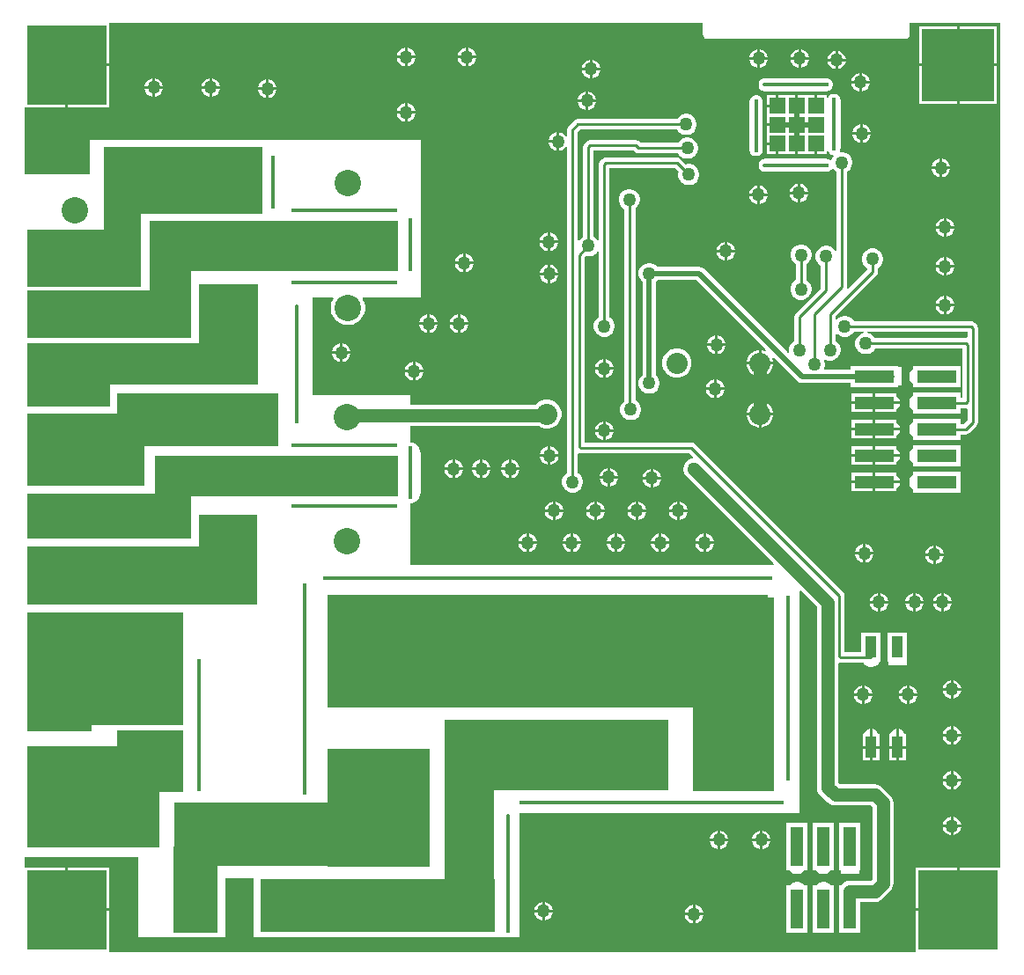
<source format=gbl>
G04*
G04 #@! TF.GenerationSoftware,Altium Limited,Altium Designer,21.0.8 (223)*
G04*
G04 Layer_Physical_Order=2*
G04 Layer_Color=16711680*
%FSLAX24Y24*%
%MOIN*%
G70*
G04*
G04 #@! TF.SameCoordinates,C0C2F11B-7DCF-4775-9714-D77671BE90CB*
G04*
G04*
G04 #@! TF.FilePolarity,Positive*
G04*
G01*
G75*
%ADD12C,0.0100*%
%ADD44R,0.0500X0.1500*%
%ADD45R,0.3000X0.3000*%
G04:AMPARAMS|DCode=48|XSize=200mil|YSize=15mil|CornerRadius=3.8mil|HoleSize=0mil|Usage=FLASHONLY|Rotation=270.000|XOffset=0mil|YOffset=0mil|HoleType=Round|Shape=RoundedRectangle|*
%AMROUNDEDRECTD48*
21,1,0.2000,0.0075,0,0,270.0*
21,1,0.1925,0.0150,0,0,270.0*
1,1,0.0075,-0.0038,-0.0963*
1,1,0.0075,-0.0038,0.0963*
1,1,0.0075,0.0038,0.0963*
1,1,0.0075,0.0038,-0.0963*
%
%ADD48ROUNDEDRECTD48*%
G04:AMPARAMS|DCode=49|XSize=450mil|YSize=15mil|CornerRadius=3.8mil|HoleSize=0mil|Usage=FLASHONLY|Rotation=90.000|XOffset=0mil|YOffset=0mil|HoleType=Round|Shape=RoundedRectangle|*
%AMROUNDEDRECTD49*
21,1,0.4500,0.0075,0,0,90.0*
21,1,0.4425,0.0150,0,0,90.0*
1,1,0.0075,0.0038,0.2213*
1,1,0.0075,0.0038,-0.2213*
1,1,0.0075,-0.0038,-0.2213*
1,1,0.0075,-0.0038,0.2213*
%
%ADD49ROUNDEDRECTD49*%
%ADD51R,0.2750X0.2750*%
%ADD52R,0.1500X0.0500*%
%ADD53R,0.0600X0.0600*%
%ADD54R,0.0440X0.0800*%
G04:AMPARAMS|DCode=61|XSize=400mil|YSize=15mil|CornerRadius=3.8mil|HoleSize=0mil|Usage=FLASHONLY|Rotation=0.000|XOffset=0mil|YOffset=0mil|HoleType=Round|Shape=RoundedRectangle|*
%AMROUNDEDRECTD61*
21,1,0.4000,0.0075,0,0,0.0*
21,1,0.3925,0.0150,0,0,0.0*
1,1,0.0075,0.1963,-0.0038*
1,1,0.0075,-0.1963,-0.0038*
1,1,0.0075,-0.1963,0.0038*
1,1,0.0075,0.1963,0.0038*
%
%ADD61ROUNDEDRECTD61*%
G04:AMPARAMS|DCode=62|XSize=800mil|YSize=15mil|CornerRadius=3.8mil|HoleSize=0mil|Usage=FLASHONLY|Rotation=90.000|XOffset=0mil|YOffset=0mil|HoleType=Round|Shape=RoundedRectangle|*
%AMROUNDEDRECTD62*
21,1,0.8000,0.0075,0,0,90.0*
21,1,0.7925,0.0150,0,0,90.0*
1,1,0.0075,0.0038,0.3963*
1,1,0.0075,0.0038,-0.3963*
1,1,0.0075,-0.0038,-0.3963*
1,1,0.0075,-0.0038,0.3963*
%
%ADD62ROUNDEDRECTD62*%
G04:AMPARAMS|DCode=63|XSize=250mil|YSize=15mil|CornerRadius=3.8mil|HoleSize=0mil|Usage=FLASHONLY|Rotation=0.000|XOffset=0mil|YOffset=0mil|HoleType=Round|Shape=RoundedRectangle|*
%AMROUNDEDRECTD63*
21,1,0.2500,0.0075,0,0,0.0*
21,1,0.2425,0.0150,0,0,0.0*
1,1,0.0075,0.1213,-0.0038*
1,1,0.0075,-0.1213,-0.0038*
1,1,0.0075,-0.1213,0.0038*
1,1,0.0075,0.1213,0.0038*
%
%ADD63ROUNDEDRECTD63*%
G04:AMPARAMS|DCode=64|XSize=1000mil|YSize=15mil|CornerRadius=3.8mil|HoleSize=0mil|Usage=FLASHONLY|Rotation=180.000|XOffset=0mil|YOffset=0mil|HoleType=Round|Shape=RoundedRectangle|*
%AMROUNDEDRECTD64*
21,1,1.0000,0.0075,0,0,180.0*
21,1,0.9925,0.0150,0,0,180.0*
1,1,0.0075,-0.4963,0.0038*
1,1,0.0075,0.4963,0.0038*
1,1,0.0075,0.4963,-0.0038*
1,1,0.0075,-0.4963,-0.0038*
%
%ADD64ROUNDEDRECTD64*%
G04:AMPARAMS|DCode=65|XSize=1700mil|YSize=15mil|CornerRadius=3.8mil|HoleSize=0mil|Usage=FLASHONLY|Rotation=180.000|XOffset=0mil|YOffset=0mil|HoleType=Round|Shape=RoundedRectangle|*
%AMROUNDEDRECTD65*
21,1,1.7000,0.0075,0,0,180.0*
21,1,1.6925,0.0150,0,0,180.0*
1,1,0.0075,-0.8462,0.0038*
1,1,0.0075,0.8462,0.0038*
1,1,0.0075,0.8462,-0.0038*
1,1,0.0075,-0.8462,-0.0038*
%
%ADD65ROUNDEDRECTD65*%
G04:AMPARAMS|DCode=66|XSize=700mil|YSize=15mil|CornerRadius=3.8mil|HoleSize=0mil|Usage=FLASHONLY|Rotation=90.000|XOffset=0mil|YOffset=0mil|HoleType=Round|Shape=RoundedRectangle|*
%AMROUNDEDRECTD66*
21,1,0.7000,0.0075,0,0,90.0*
21,1,0.6925,0.0150,0,0,90.0*
1,1,0.0075,0.0038,0.3463*
1,1,0.0075,0.0038,-0.3463*
1,1,0.0075,-0.0038,-0.3463*
1,1,0.0075,-0.0038,0.3463*
%
%ADD66ROUNDEDRECTD66*%
G04:AMPARAMS|DCode=67|XSize=500mil|YSize=15mil|CornerRadius=3.8mil|HoleSize=0mil|Usage=FLASHONLY|Rotation=90.000|XOffset=0mil|YOffset=0mil|HoleType=Round|Shape=RoundedRectangle|*
%AMROUNDEDRECTD67*
21,1,0.5000,0.0075,0,0,90.0*
21,1,0.4925,0.0150,0,0,90.0*
1,1,0.0075,0.0038,0.2463*
1,1,0.0075,0.0038,-0.2463*
1,1,0.0075,-0.0038,-0.2463*
1,1,0.0075,-0.0038,0.2463*
%
%ADD67ROUNDEDRECTD67*%
%ADD69C,0.0200*%
%ADD70C,0.0500*%
%ADD92R,0.2500X0.2350*%
%ADD93R,0.0800X0.0800*%
%ADD94C,0.0800*%
%ADD95C,0.1000*%
%ADD96R,0.1000X0.1000*%
%ADD97C,0.1181*%
%ADD98R,0.1181X0.1181*%
%ADD99C,0.0900*%
%ADD100R,0.0906X0.0906*%
%ADD101C,0.0500*%
%ADD102R,0.9700X0.2400*%
%ADD103R,0.1650X0.3250*%
%ADD104R,0.8850X0.2050*%
%ADD105R,0.1100X0.2500*%
%ADD106R,0.3100X0.7350*%
%ADD107R,0.3850X0.4450*%
%ADD108R,0.1900X0.7400*%
%ADD109R,0.8500X0.2700*%
%ADD110R,1.6700X0.4300*%
G36*
X37092Y3350D02*
X35550D01*
Y1750D01*
X35500D01*
Y1700D01*
X33900D01*
Y158D01*
X3350D01*
Y1700D01*
X1750D01*
Y1750D01*
X1700D01*
Y3350D01*
X158D01*
Y3750D01*
X4450D01*
Y700D01*
X18394D01*
X18412Y696D01*
X18487D01*
X18506Y700D01*
X18900D01*
Y5400D01*
X19124D01*
X19150Y5397D01*
X28650D01*
X28676Y5400D01*
X29500D01*
Y13814D01*
X29546Y13833D01*
X30154Y13226D01*
Y6393D01*
X30154Y6393D01*
X30167Y6288D01*
X30208Y6191D01*
X30272Y6108D01*
X30565Y5815D01*
X30565Y5815D01*
X30648Y5751D01*
X30746Y5710D01*
X30850Y5697D01*
X30850Y5697D01*
X32190D01*
X32247Y5640D01*
Y2910D01*
X32190Y2853D01*
X31400D01*
X31296Y2840D01*
X31198Y2799D01*
X31115Y2735D01*
X31065Y2670D01*
X31000D01*
Y2476D01*
X30997Y2450D01*
X31000Y2424D01*
Y870D01*
X31800D01*
Y2047D01*
X32357D01*
X32357Y2047D01*
X32462Y2060D01*
X32559Y2101D01*
X32642Y2165D01*
X32935Y2458D01*
X32935Y2458D01*
X32999Y2541D01*
X33040Y2638D01*
X33053Y2743D01*
X33053Y2743D01*
Y5807D01*
X33053Y5807D01*
X33040Y5912D01*
X32999Y6009D01*
X32935Y6092D01*
X32935Y6092D01*
X32642Y6385D01*
X32559Y6449D01*
X32462Y6490D01*
X32357Y6503D01*
X32357Y6503D01*
X31017D01*
X30961Y6560D01*
Y11069D01*
X31011Y11106D01*
X31059Y11096D01*
X31914D01*
X31920Y11085D01*
X31985Y11020D01*
X32065Y10974D01*
X32154Y10950D01*
X32246D01*
X32335Y10974D01*
X32415Y11020D01*
X32480Y11085D01*
X32518Y11150D01*
X32570D01*
Y12250D01*
X31830D01*
Y11504D01*
X31204D01*
Y13650D01*
X31188Y13728D01*
X31144Y13794D01*
X25544Y19394D01*
X25478Y19438D01*
X25400Y19454D01*
X21354D01*
Y26466D01*
X21401Y26512D01*
X21447Y26500D01*
X21553D01*
X21654Y26527D01*
X21746Y26580D01*
X21820Y26654D01*
X21846Y26699D01*
X21896Y26686D01*
Y24194D01*
X21854Y24170D01*
X21780Y24096D01*
X21727Y24004D01*
X21700Y23903D01*
Y23797D01*
X21727Y23696D01*
X21780Y23604D01*
X21854Y23530D01*
X21946Y23477D01*
X22047Y23450D01*
X22153D01*
X22254Y23477D01*
X22346Y23530D01*
X22420Y23604D01*
X22473Y23696D01*
X22500Y23797D01*
Y23903D01*
X22473Y24004D01*
X22420Y24096D01*
X22346Y24170D01*
X22304Y24194D01*
Y29846D01*
X23550D01*
X23550Y29846D01*
X24766D01*
X24912Y29699D01*
X24900Y29653D01*
Y29547D01*
X24927Y29446D01*
X24980Y29354D01*
X25054Y29280D01*
X25146Y29227D01*
X25247Y29200D01*
X25353D01*
X25454Y29227D01*
X25546Y29280D01*
X25620Y29354D01*
X25673Y29446D01*
X25700Y29547D01*
Y29653D01*
X25673Y29754D01*
X25620Y29846D01*
X25546Y29920D01*
X25454Y29973D01*
X25353Y30000D01*
X25247D01*
X25201Y29988D01*
X24994Y30194D01*
X24928Y30238D01*
X24850Y30254D01*
X23550D01*
X23550Y30254D01*
X22159D01*
X22081Y30238D01*
X22014Y30194D01*
X21956Y30136D01*
X21912Y30069D01*
X21896Y29991D01*
Y27114D01*
X21846Y27101D01*
X21820Y27146D01*
X21746Y27220D01*
X21704Y27244D01*
Y30496D01*
X23216D01*
X23256Y30456D01*
X23322Y30412D01*
X23400Y30396D01*
X24906D01*
X24930Y30354D01*
X25004Y30280D01*
X25096Y30227D01*
X25197Y30200D01*
X25303D01*
X25404Y30227D01*
X25496Y30280D01*
X25570Y30354D01*
X25623Y30446D01*
X25650Y30547D01*
Y30653D01*
X25623Y30754D01*
X25570Y30846D01*
X25496Y30920D01*
X25404Y30973D01*
X25303Y31000D01*
X25197D01*
X25096Y30973D01*
X25004Y30920D01*
X24930Y30846D01*
X24906Y30804D01*
X23485D01*
X23444Y30844D01*
X23378Y30888D01*
X23300Y30904D01*
X21559D01*
X21481Y30888D01*
X21414Y30844D01*
X21356Y30786D01*
X21312Y30719D01*
X21296Y30641D01*
Y27244D01*
X21254Y27220D01*
X21180Y27146D01*
X21154Y27101D01*
X21104Y27114D01*
Y31207D01*
X21193Y31296D01*
X24856D01*
X24880Y31254D01*
X24954Y31180D01*
X25046Y31127D01*
X25147Y31100D01*
X25253D01*
X25354Y31127D01*
X25446Y31180D01*
X25520Y31254D01*
X25573Y31346D01*
X25600Y31447D01*
Y31553D01*
X25573Y31654D01*
X25520Y31746D01*
X25446Y31820D01*
X25354Y31873D01*
X25253Y31900D01*
X25147D01*
X25046Y31873D01*
X24954Y31820D01*
X24880Y31746D01*
X24856Y31704D01*
X21109D01*
X21031Y31688D01*
X20964Y31644D01*
X20756Y31436D01*
X20712Y31369D01*
X20696Y31291D01*
Y31051D01*
X20646Y31037D01*
X20630Y31065D01*
X20565Y31130D01*
X20485Y31176D01*
X20400Y31199D01*
Y30850D01*
Y30501D01*
X20485Y30524D01*
X20565Y30570D01*
X20630Y30635D01*
X20646Y30663D01*
X20696Y30649D01*
Y18294D01*
X20654Y18270D01*
X20580Y18196D01*
X20527Y18104D01*
X20500Y18003D01*
Y17897D01*
X20527Y17796D01*
X20580Y17704D01*
X20654Y17630D01*
X20746Y17577D01*
X20847Y17550D01*
X20953D01*
X21054Y17577D01*
X21146Y17630D01*
X21220Y17704D01*
X21273Y17796D01*
X21300Y17897D01*
Y18003D01*
X21273Y18104D01*
X21220Y18196D01*
X21146Y18270D01*
X21104Y18294D01*
Y19024D01*
X21154Y19057D01*
X21209Y19046D01*
X25316D01*
X25462Y18900D01*
X25452Y18866D01*
X25442Y18849D01*
X25422Y18843D01*
X25396Y18840D01*
X25371Y18830D01*
X25346Y18823D01*
X25323Y18810D01*
X25298Y18799D01*
X25277Y18783D01*
X25254Y18770D01*
X25236Y18751D01*
X25215Y18735D01*
X25199Y18714D01*
X25180Y18696D01*
X25167Y18673D01*
X25151Y18652D01*
X25140Y18627D01*
X25127Y18604D01*
X25120Y18579D01*
X25110Y18554D01*
X25107Y18528D01*
X25100Y18503D01*
Y18476D01*
X25097Y18450D01*
X25100Y18424D01*
Y18397D01*
X25107Y18372D01*
X25110Y18346D01*
X25120Y18321D01*
X25127Y18296D01*
X25140Y18273D01*
X25151Y18248D01*
X25167Y18227D01*
X25180Y18204D01*
X25199Y18186D01*
X25215Y18165D01*
X25215Y18165D01*
X28533Y14846D01*
X28514Y14800D01*
X14750D01*
Y17146D01*
X14787D01*
X14861Y17161D01*
X14869Y17166D01*
X14952Y17201D01*
X15035Y17265D01*
X15099Y17348D01*
X15140Y17446D01*
X15153Y17550D01*
Y19050D01*
X15140Y19154D01*
X15099Y19252D01*
X15035Y19335D01*
X14952Y19399D01*
X14869Y19434D01*
X14861Y19439D01*
X14787Y19454D01*
X14750D01*
Y20073D01*
X19618D01*
X19717Y20016D01*
X19857Y19978D01*
X20002D01*
X20141Y20016D01*
X20267Y20088D01*
X20369Y20191D01*
X20442Y20316D01*
X20479Y20456D01*
Y20601D01*
X20442Y20741D01*
X20369Y20866D01*
X20267Y20968D01*
X20141Y21041D01*
X20002Y21078D01*
X19857D01*
X19717Y21041D01*
X19591Y20968D01*
X19503Y20880D01*
X14750D01*
Y21250D01*
X11050D01*
Y24950D01*
X11832D01*
X11856Y24906D01*
X11824Y24858D01*
X11775Y24740D01*
X11750Y24614D01*
Y24486D01*
X11775Y24360D01*
X11824Y24242D01*
X11895Y24136D01*
X11986Y24045D01*
X12092Y23974D01*
X12210Y23925D01*
X12336Y23900D01*
X12464D01*
X12590Y23925D01*
X12708Y23974D01*
X12814Y24045D01*
X12905Y24136D01*
X12976Y24242D01*
X13025Y24360D01*
X13050Y24486D01*
Y24614D01*
X13025Y24740D01*
X12976Y24858D01*
X12944Y24906D01*
X12968Y24950D01*
X15150D01*
Y26174D01*
X15153Y26200D01*
Y27700D01*
X15150Y27726D01*
Y30900D01*
X158D01*
Y32150D01*
X1700D01*
Y33750D01*
X1750D01*
Y33800D01*
X3350D01*
Y35342D01*
X25842D01*
Y34900D01*
X25854Y34840D01*
X25888Y34788D01*
X25940Y34754D01*
X26000Y34742D01*
X33500Y34742D01*
X33560Y34754D01*
X33612Y34788D01*
X33646Y34840D01*
X33658Y34900D01*
Y35342D01*
X37092D01*
Y3350D01*
D02*
G37*
G36*
X9150Y28100D02*
X4550D01*
Y25350D01*
X250D01*
Y27500D01*
X3150D01*
Y30650D01*
X9150D01*
Y28100D01*
D02*
G37*
G36*
X14300Y25950D02*
X6450D01*
X6450Y23400D01*
X250D01*
Y25200D01*
X4900D01*
Y27850D01*
X14300D01*
X14300Y25950D01*
D02*
G37*
G36*
X9000Y21650D02*
X3400D01*
Y20800D01*
X250D01*
Y23200D01*
X6750D01*
Y25450D01*
X9000D01*
Y21650D01*
D02*
G37*
G36*
X9750Y19300D02*
X4700D01*
Y17800D01*
X250D01*
Y20550D01*
X3650D01*
Y21300D01*
X9750D01*
Y19300D01*
D02*
G37*
G36*
X14300Y17400D02*
X6450D01*
X6450Y15800D01*
X250D01*
Y17500D01*
X5100D01*
Y18950D01*
X14300D01*
X14300Y17400D01*
D02*
G37*
G36*
X8950Y16700D02*
Y13300D01*
X250Y13300D01*
Y15500D01*
X6750D01*
Y16700D01*
X8950Y16700D01*
D02*
G37*
G36*
X6150Y8750D02*
X2700D01*
Y8500D01*
X250D01*
Y13000D01*
X6150D01*
Y8750D01*
D02*
G37*
G36*
Y6200D02*
X5250D01*
Y4100D01*
X250D01*
X250Y7950D01*
X3650Y7950D01*
X3650Y8550D01*
X6150D01*
Y6200D01*
D02*
G37*
%LPC*%
G36*
X16950Y34399D02*
Y34100D01*
X17249D01*
X17226Y34185D01*
X17180Y34265D01*
X17115Y34330D01*
X17035Y34376D01*
X16950Y34399D01*
D02*
G37*
G36*
X16850D02*
X16765Y34376D01*
X16685Y34330D01*
X16620Y34265D01*
X16574Y34185D01*
X16551Y34100D01*
X16850D01*
Y34399D01*
D02*
G37*
G36*
X14650D02*
Y34100D01*
X14949D01*
X14926Y34185D01*
X14880Y34265D01*
X14815Y34330D01*
X14735Y34376D01*
X14650Y34399D01*
D02*
G37*
G36*
X14550D02*
X14465Y34376D01*
X14385Y34330D01*
X14320Y34265D01*
X14274Y34185D01*
X14251Y34100D01*
X14550D01*
Y34399D01*
D02*
G37*
G36*
X29550Y34349D02*
Y34050D01*
X29849D01*
X29826Y34135D01*
X29780Y34215D01*
X29715Y34280D01*
X29635Y34326D01*
X29550Y34349D01*
D02*
G37*
G36*
X29450D02*
X29365Y34326D01*
X29285Y34280D01*
X29220Y34215D01*
X29174Y34135D01*
X29151Y34050D01*
X29450D01*
Y34349D01*
D02*
G37*
G36*
X28000D02*
Y34050D01*
X28299D01*
X28276Y34135D01*
X28230Y34215D01*
X28165Y34280D01*
X28085Y34326D01*
X28000Y34349D01*
D02*
G37*
G36*
X27900D02*
X27815Y34326D01*
X27735Y34280D01*
X27670Y34215D01*
X27624Y34135D01*
X27601Y34050D01*
X27900D01*
Y34349D01*
D02*
G37*
G36*
X30944Y34293D02*
Y33994D01*
X31243D01*
X31221Y34079D01*
X31175Y34159D01*
X31109Y34224D01*
X31030Y34270D01*
X30944Y34293D01*
D02*
G37*
G36*
X30845D02*
X30759Y34270D01*
X30680Y34224D01*
X30614Y34159D01*
X30568Y34079D01*
X30546Y33994D01*
X30845D01*
Y34293D01*
D02*
G37*
G36*
X36975Y35225D02*
X35550D01*
Y33800D01*
X36975D01*
Y35225D01*
D02*
G37*
G36*
X35450D02*
X34025D01*
Y33800D01*
X35450D01*
Y35225D01*
D02*
G37*
G36*
X17249Y34000D02*
X16950D01*
Y33701D01*
X17035Y33724D01*
X17115Y33770D01*
X17180Y33835D01*
X17226Y33915D01*
X17249Y34000D01*
D02*
G37*
G36*
X16850D02*
X16551D01*
X16574Y33915D01*
X16620Y33835D01*
X16685Y33770D01*
X16765Y33724D01*
X16850Y33701D01*
Y34000D01*
D02*
G37*
G36*
X14949D02*
X14650D01*
Y33701D01*
X14735Y33724D01*
X14815Y33770D01*
X14880Y33835D01*
X14926Y33915D01*
X14949Y34000D01*
D02*
G37*
G36*
X14550D02*
X14251D01*
X14274Y33915D01*
X14320Y33835D01*
X14385Y33770D01*
X14465Y33724D01*
X14550Y33701D01*
Y34000D01*
D02*
G37*
G36*
X29849Y33950D02*
X29550D01*
Y33651D01*
X29635Y33674D01*
X29715Y33720D01*
X29780Y33785D01*
X29826Y33865D01*
X29849Y33950D01*
D02*
G37*
G36*
X29450D02*
X29151D01*
X29174Y33865D01*
X29220Y33785D01*
X29285Y33720D01*
X29365Y33674D01*
X29450Y33651D01*
Y33950D01*
D02*
G37*
G36*
X28299D02*
X28000D01*
Y33651D01*
X28085Y33674D01*
X28165Y33720D01*
X28230Y33785D01*
X28276Y33865D01*
X28299Y33950D01*
D02*
G37*
G36*
X27900D02*
X27601D01*
X27624Y33865D01*
X27670Y33785D01*
X27735Y33720D01*
X27815Y33674D01*
X27900Y33651D01*
Y33950D01*
D02*
G37*
G36*
X21650Y33949D02*
Y33650D01*
X21949D01*
X21926Y33735D01*
X21880Y33815D01*
X21815Y33880D01*
X21735Y33926D01*
X21650Y33949D01*
D02*
G37*
G36*
X21550D02*
X21465Y33926D01*
X21385Y33880D01*
X21320Y33815D01*
X21274Y33735D01*
X21251Y33650D01*
X21550D01*
Y33949D01*
D02*
G37*
G36*
X31243Y33894D02*
X30944D01*
Y33595D01*
X31030Y33617D01*
X31109Y33664D01*
X31175Y33729D01*
X31221Y33809D01*
X31243Y33894D01*
D02*
G37*
G36*
X30845D02*
X30546D01*
X30568Y33809D01*
X30614Y33729D01*
X30680Y33664D01*
X30759Y33617D01*
X30845Y33595D01*
Y33894D01*
D02*
G37*
G36*
X21949Y33550D02*
X21650D01*
Y33251D01*
X21735Y33274D01*
X21815Y33320D01*
X21880Y33385D01*
X21926Y33465D01*
X21949Y33550D01*
D02*
G37*
G36*
X21550D02*
X21251D01*
X21274Y33465D01*
X21320Y33385D01*
X21385Y33320D01*
X21465Y33274D01*
X21550Y33251D01*
Y33550D01*
D02*
G37*
G36*
X31850Y33449D02*
Y33150D01*
X32149D01*
X32126Y33235D01*
X32080Y33315D01*
X32015Y33380D01*
X31935Y33426D01*
X31850Y33449D01*
D02*
G37*
G36*
X31750D02*
X31665Y33426D01*
X31585Y33380D01*
X31520Y33315D01*
X31474Y33235D01*
X31451Y33150D01*
X31750D01*
Y33449D01*
D02*
G37*
G36*
X7250Y33249D02*
Y32950D01*
X7549D01*
X7526Y33035D01*
X7480Y33115D01*
X7415Y33180D01*
X7335Y33226D01*
X7250Y33249D01*
D02*
G37*
G36*
X7150D02*
X7065Y33226D01*
X6985Y33180D01*
X6920Y33115D01*
X6874Y33035D01*
X6851Y32950D01*
X7150D01*
Y33249D01*
D02*
G37*
G36*
X5100D02*
Y32950D01*
X5399D01*
X5376Y33035D01*
X5330Y33115D01*
X5265Y33180D01*
X5185Y33226D01*
X5100Y33249D01*
D02*
G37*
G36*
X5000D02*
X4915Y33226D01*
X4835Y33180D01*
X4770Y33115D01*
X4724Y33035D01*
X4701Y32950D01*
X5000D01*
Y33249D01*
D02*
G37*
G36*
X9400Y33199D02*
Y32900D01*
X9699D01*
X9676Y32985D01*
X9630Y33065D01*
X9565Y33130D01*
X9485Y33176D01*
X9400Y33199D01*
D02*
G37*
G36*
X9300D02*
X9215Y33176D01*
X9135Y33130D01*
X9070Y33065D01*
X9024Y32985D01*
X9001Y32900D01*
X9300D01*
Y33199D01*
D02*
G37*
G36*
X32149Y33050D02*
X31850D01*
Y32751D01*
X31935Y32774D01*
X32015Y32820D01*
X32080Y32885D01*
X32126Y32965D01*
X32149Y33050D01*
D02*
G37*
G36*
X31750D02*
X31451D01*
X31474Y32965D01*
X31520Y32885D01*
X31585Y32820D01*
X31665Y32774D01*
X31750Y32751D01*
Y33050D01*
D02*
G37*
G36*
X30500Y33255D02*
X28200D01*
X28102Y33235D01*
X28073Y33216D01*
X28064Y33214D01*
X28002Y33173D01*
X27961Y33111D01*
X27946Y33038D01*
Y33006D01*
X27945Y33000D01*
X27946Y32994D01*
Y32963D01*
X27961Y32889D01*
X28002Y32827D01*
X28064Y32786D01*
X28073Y32784D01*
X28102Y32764D01*
X28200Y32745D01*
X30500D01*
X30598Y32764D01*
X30627Y32784D01*
X30636Y32786D01*
X30698Y32827D01*
X30739Y32889D01*
X30754Y32963D01*
Y32994D01*
X30755Y33000D01*
X30754Y33006D01*
Y33038D01*
X30739Y33111D01*
X30698Y33173D01*
X30636Y33214D01*
X30627Y33216D01*
X30598Y33235D01*
X30500Y33255D01*
D02*
G37*
G36*
X7549Y32850D02*
X7250D01*
Y32551D01*
X7335Y32574D01*
X7415Y32620D01*
X7480Y32685D01*
X7526Y32765D01*
X7549Y32850D01*
D02*
G37*
G36*
X7150D02*
X6851D01*
X6874Y32765D01*
X6920Y32685D01*
X6985Y32620D01*
X7065Y32574D01*
X7150Y32551D01*
Y32850D01*
D02*
G37*
G36*
X5399D02*
X5100D01*
Y32551D01*
X5185Y32574D01*
X5265Y32620D01*
X5330Y32685D01*
X5376Y32765D01*
X5399Y32850D01*
D02*
G37*
G36*
X5000D02*
X4701D01*
X4724Y32765D01*
X4770Y32685D01*
X4835Y32620D01*
X4915Y32574D01*
X5000Y32551D01*
Y32850D01*
D02*
G37*
G36*
X9699Y32800D02*
X9400D01*
Y32501D01*
X9485Y32524D01*
X9565Y32570D01*
X9630Y32635D01*
X9676Y32715D01*
X9699Y32800D01*
D02*
G37*
G36*
X9300D02*
X9001D01*
X9024Y32715D01*
X9070Y32635D01*
X9135Y32570D01*
X9215Y32524D01*
X9300Y32501D01*
Y32800D01*
D02*
G37*
G36*
X30800Y32655D02*
X30794Y32654D01*
X30763D01*
X30689Y32639D01*
X30627Y32598D01*
X30586Y32536D01*
X30584Y32527D01*
X30564Y32498D01*
X30560Y32475D01*
X30510Y32480D01*
Y32610D01*
X30160D01*
Y32210D01*
X30060D01*
Y32610D01*
X29430D01*
Y32210D01*
X29330D01*
Y32610D01*
X28700D01*
Y32210D01*
X28650D01*
Y32160D01*
X28250D01*
Y31810D01*
Y31540D01*
X28650D01*
Y31440D01*
X28250D01*
Y31090D01*
Y30820D01*
X28650D01*
Y30770D01*
X28700D01*
Y30370D01*
X29330D01*
Y30770D01*
X29430D01*
Y30370D01*
X30060D01*
Y30770D01*
X30160D01*
Y30370D01*
X30510D01*
Y30520D01*
X30560Y30525D01*
X30564Y30502D01*
X30584Y30473D01*
X30586Y30464D01*
X30627Y30402D01*
X30689Y30361D01*
X30760Y30347D01*
X30765Y30340D01*
X30781Y30296D01*
X30780Y30296D01*
X30727Y30204D01*
X30718Y30169D01*
X30660Y30148D01*
X30636Y30164D01*
X30627Y30166D01*
X30598Y30185D01*
X30500Y30205D01*
X28200D01*
X28102Y30185D01*
X28073Y30166D01*
X28064Y30164D01*
X28002Y30123D01*
X27961Y30061D01*
X27946Y29987D01*
Y29956D01*
X27945Y29950D01*
X27946Y29944D01*
Y29913D01*
X27961Y29839D01*
X28002Y29777D01*
X28064Y29736D01*
X28073Y29734D01*
X28102Y29715D01*
X28200Y29695D01*
X30500D01*
X30598Y29715D01*
X30627Y29734D01*
X30636Y29736D01*
X30698Y29777D01*
X30719Y29810D01*
X30778Y29808D01*
X30780Y29804D01*
X30854Y29730D01*
X30896Y29706D01*
Y26714D01*
X30846Y26701D01*
X30820Y26746D01*
X30746Y26820D01*
X30654Y26873D01*
X30553Y26900D01*
X30447D01*
X30346Y26873D01*
X30254Y26820D01*
X30180Y26746D01*
X30127Y26654D01*
X30100Y26553D01*
Y26447D01*
X30127Y26346D01*
X30180Y26254D01*
X30254Y26180D01*
X30296Y26156D01*
Y25289D01*
X29356Y24349D01*
X29312Y24283D01*
X29296Y24205D01*
Y23294D01*
X29254Y23270D01*
X29180Y23196D01*
X29127Y23104D01*
X29100Y23003D01*
Y22897D01*
X29106Y22875D01*
X29061Y22849D01*
X25880Y26030D01*
X25798Y26086D01*
X25700Y26105D01*
X24111D01*
X24046Y26170D01*
X23954Y26223D01*
X23853Y26250D01*
X23747D01*
X23646Y26223D01*
X23554Y26170D01*
X23480Y26096D01*
X23427Y26004D01*
X23400Y25903D01*
Y25797D01*
X23427Y25696D01*
X23480Y25604D01*
X23545Y25539D01*
Y22011D01*
X23480Y21946D01*
X23427Y21854D01*
X23400Y21753D01*
Y21647D01*
X23427Y21546D01*
X23480Y21454D01*
X23554Y21380D01*
X23646Y21327D01*
X23747Y21300D01*
X23853D01*
X23954Y21327D01*
X24046Y21380D01*
X24120Y21454D01*
X24173Y21546D01*
X24200Y21647D01*
Y21753D01*
X24173Y21854D01*
X24120Y21946D01*
X24055Y22011D01*
Y25539D01*
X24111Y25595D01*
X25594D01*
X28229Y22960D01*
X28199Y22920D01*
X28193Y22923D01*
X28066Y22957D01*
X28050D01*
Y22507D01*
X28500D01*
Y22523D01*
X28466Y22650D01*
X28463Y22656D01*
X28503Y22687D01*
X29420Y21770D01*
X29502Y21714D01*
X29600Y21695D01*
X31420D01*
Y21550D01*
X33220D01*
Y21600D01*
X33350D01*
Y21735D01*
X33353Y21750D01*
Y22150D01*
X33350Y22165D01*
Y22300D01*
X33220D01*
Y22350D01*
X31420D01*
Y22205D01*
X30450D01*
X30425Y22255D01*
X30450Y22347D01*
Y22453D01*
X30423Y22554D01*
X30417Y22565D01*
X30453Y22602D01*
X30496Y22577D01*
X30597Y22550D01*
X30703D01*
X30804Y22577D01*
X30896Y22630D01*
X30970Y22704D01*
X31023Y22796D01*
X31050Y22897D01*
Y23003D01*
X31023Y23104D01*
X30970Y23196D01*
X30896Y23270D01*
X30854Y23294D01*
Y23560D01*
X30904Y23580D01*
X30954Y23530D01*
X31046Y23477D01*
X31147Y23450D01*
X31253D01*
X31354Y23477D01*
X31446Y23530D01*
X31520Y23604D01*
X31544Y23646D01*
X31926D01*
X31933Y23596D01*
X31846Y23573D01*
X31754Y23520D01*
X31680Y23446D01*
X31627Y23354D01*
X31600Y23253D01*
Y23147D01*
X31627Y23046D01*
X31680Y22954D01*
X31754Y22880D01*
X31846Y22827D01*
X31947Y22800D01*
X32053D01*
X32154Y22827D01*
X32246Y22880D01*
X32320Y22954D01*
X32344Y22996D01*
X35646D01*
Y21154D01*
X35580D01*
Y21350D01*
X33780D01*
Y21225D01*
X33720Y21165D01*
X33674Y21085D01*
X33650Y20996D01*
Y20904D01*
X33674Y20815D01*
X33720Y20735D01*
X33780Y20675D01*
Y20550D01*
X35580D01*
Y20746D01*
X35791D01*
X35807Y20749D01*
X35846Y20718D01*
Y20293D01*
X35707Y20154D01*
X35580D01*
Y20350D01*
X33780D01*
Y20225D01*
X33720Y20165D01*
X33674Y20085D01*
X33650Y19996D01*
Y19904D01*
X33674Y19815D01*
X33720Y19735D01*
X33780Y19675D01*
Y19550D01*
X35580D01*
Y19746D01*
X35791D01*
X35869Y19762D01*
X35936Y19806D01*
X36194Y20064D01*
X36238Y20131D01*
X36254Y20209D01*
Y23791D01*
X36238Y23869D01*
X36194Y23936D01*
X36136Y23994D01*
X36069Y24038D01*
X35991Y24054D01*
X31544D01*
X31520Y24096D01*
X31446Y24170D01*
X31354Y24223D01*
X31253Y24250D01*
X31147D01*
X31046Y24223D01*
X30954Y24170D01*
X30904Y24120D01*
X30854Y24140D01*
Y24216D01*
X32403Y25764D01*
X32447Y25830D01*
X32462Y25908D01*
Y26056D01*
X32504Y26080D01*
X32578Y26154D01*
X32631Y26246D01*
X32658Y26347D01*
Y26453D01*
X32631Y26554D01*
X32578Y26646D01*
X32504Y26720D01*
X32413Y26773D01*
X32311Y26800D01*
X32206D01*
X32104Y26773D01*
X32013Y26720D01*
X31938Y26646D01*
X31886Y26554D01*
X31858Y26453D01*
Y26347D01*
X31886Y26246D01*
X31938Y26154D01*
X32013Y26080D01*
X32054Y26056D01*
Y25993D01*
X31341Y25279D01*
X31295Y25304D01*
X31304Y25350D01*
Y29706D01*
X31346Y29730D01*
X31420Y29804D01*
X31473Y29896D01*
X31500Y29997D01*
Y30103D01*
X31473Y30204D01*
X31420Y30296D01*
X31346Y30370D01*
X31254Y30423D01*
X31153Y30450D01*
X31061D01*
X31038Y30480D01*
X31032Y30498D01*
X31035Y30502D01*
X31055Y30600D01*
Y32400D01*
X31035Y32498D01*
X31016Y32527D01*
X31014Y32536D01*
X30973Y32598D01*
X30911Y32639D01*
X30838Y32654D01*
X30806D01*
X30800Y32655D01*
D02*
G37*
G36*
X21500Y32749D02*
Y32450D01*
X21799D01*
X21776Y32535D01*
X21730Y32615D01*
X21665Y32680D01*
X21585Y32726D01*
X21500Y32749D01*
D02*
G37*
G36*
X21400D02*
X21315Y32726D01*
X21235Y32680D01*
X21170Y32615D01*
X21124Y32535D01*
X21101Y32450D01*
X21400D01*
Y32749D01*
D02*
G37*
G36*
X36975Y33700D02*
X35550D01*
Y32275D01*
X36975D01*
Y33700D01*
D02*
G37*
G36*
X35450D02*
X34025D01*
Y32275D01*
X35450D01*
Y33700D01*
D02*
G37*
G36*
X28600Y32610D02*
X28250D01*
Y32260D01*
X28600D01*
Y32610D01*
D02*
G37*
G36*
X3350Y33700D02*
X1800D01*
Y32150D01*
X3350D01*
Y33700D01*
D02*
G37*
G36*
X21799Y32350D02*
X21500D01*
Y32051D01*
X21585Y32074D01*
X21665Y32120D01*
X21730Y32185D01*
X21776Y32265D01*
X21799Y32350D01*
D02*
G37*
G36*
X21400D02*
X21101D01*
X21124Y32265D01*
X21170Y32185D01*
X21235Y32120D01*
X21315Y32074D01*
X21400Y32051D01*
Y32350D01*
D02*
G37*
G36*
X14650Y32299D02*
Y32000D01*
X14949D01*
X14926Y32085D01*
X14880Y32165D01*
X14815Y32230D01*
X14735Y32276D01*
X14650Y32299D01*
D02*
G37*
G36*
X14550D02*
X14465Y32276D01*
X14385Y32230D01*
X14320Y32165D01*
X14274Y32085D01*
X14251Y32000D01*
X14550D01*
Y32299D01*
D02*
G37*
G36*
X14949Y31900D02*
X14650D01*
Y31601D01*
X14735Y31624D01*
X14815Y31670D01*
X14880Y31735D01*
X14926Y31815D01*
X14949Y31900D01*
D02*
G37*
G36*
X14550D02*
X14251D01*
X14274Y31815D01*
X14320Y31735D01*
X14385Y31670D01*
X14465Y31624D01*
X14550Y31601D01*
Y31900D01*
D02*
G37*
G36*
X31900Y31499D02*
Y31200D01*
X32199D01*
X32176Y31285D01*
X32130Y31365D01*
X32065Y31430D01*
X31985Y31476D01*
X31900Y31499D01*
D02*
G37*
G36*
X31800D02*
X31715Y31476D01*
X31635Y31430D01*
X31570Y31365D01*
X31524Y31285D01*
X31501Y31200D01*
X31800D01*
Y31499D01*
D02*
G37*
G36*
X20300Y31199D02*
X20215Y31176D01*
X20135Y31130D01*
X20070Y31065D01*
X20024Y30985D01*
X20001Y30900D01*
X20300D01*
Y31199D01*
D02*
G37*
G36*
X32199Y31100D02*
X31900D01*
Y30801D01*
X31985Y30824D01*
X32065Y30870D01*
X32130Y30935D01*
X32176Y31015D01*
X32199Y31100D01*
D02*
G37*
G36*
X31800D02*
X31501D01*
X31524Y31015D01*
X31570Y30935D01*
X31635Y30870D01*
X31715Y30824D01*
X31800Y30801D01*
Y31100D01*
D02*
G37*
G36*
X20300Y30800D02*
X20001D01*
X20024Y30715D01*
X20070Y30635D01*
X20135Y30570D01*
X20215Y30524D01*
X20300Y30501D01*
Y30800D01*
D02*
G37*
G36*
X28600Y30720D02*
X28250D01*
Y30370D01*
X28600D01*
Y30720D01*
D02*
G37*
G36*
X27850Y32605D02*
X27844Y32604D01*
X27812D01*
X27739Y32589D01*
X27677Y32548D01*
X27636Y32486D01*
X27634Y32477D01*
X27615Y32448D01*
X27595Y32350D01*
Y30550D01*
X27615Y30452D01*
X27634Y30423D01*
X27636Y30414D01*
X27677Y30352D01*
X27739Y30311D01*
X27812Y30296D01*
X27844D01*
X27850Y30295D01*
X27856Y30296D01*
X27887D01*
X27961Y30311D01*
X28023Y30352D01*
X28064Y30414D01*
X28066Y30423D01*
X28085Y30452D01*
X28105Y30550D01*
Y32350D01*
X28085Y32448D01*
X28066Y32477D01*
X28064Y32486D01*
X28023Y32548D01*
X27961Y32589D01*
X27887Y32604D01*
X27856D01*
X27850Y32605D01*
D02*
G37*
G36*
X34900Y30199D02*
Y29900D01*
X35199D01*
X35176Y29985D01*
X35130Y30065D01*
X35065Y30130D01*
X34985Y30176D01*
X34900Y30199D01*
D02*
G37*
G36*
X34800D02*
X34715Y30176D01*
X34635Y30130D01*
X34570Y30065D01*
X34524Y29985D01*
X34501Y29900D01*
X34800D01*
Y30199D01*
D02*
G37*
G36*
X35199Y29800D02*
X34900D01*
Y29501D01*
X34985Y29524D01*
X35065Y29570D01*
X35130Y29635D01*
X35176Y29715D01*
X35199Y29800D01*
D02*
G37*
G36*
X34800D02*
X34501D01*
X34524Y29715D01*
X34570Y29635D01*
X34635Y29570D01*
X34715Y29524D01*
X34800Y29501D01*
Y29800D01*
D02*
G37*
G36*
X29515Y29255D02*
Y28956D01*
X29814D01*
X29791Y29041D01*
X29745Y29121D01*
X29680Y29186D01*
X29600Y29232D01*
X29515Y29255D01*
D02*
G37*
G36*
X29415D02*
X29330Y29232D01*
X29250Y29186D01*
X29185Y29121D01*
X29139Y29041D01*
X29116Y28956D01*
X29415D01*
Y29255D01*
D02*
G37*
G36*
X27983Y29186D02*
Y28888D01*
X28282D01*
X28259Y28973D01*
X28213Y29052D01*
X28148Y29118D01*
X28068Y29164D01*
X27983Y29186D01*
D02*
G37*
G36*
X27883D02*
X27798Y29164D01*
X27718Y29118D01*
X27653Y29052D01*
X27607Y28973D01*
X27584Y28888D01*
X27883D01*
Y29186D01*
D02*
G37*
G36*
X29814Y28856D02*
X29515D01*
Y28557D01*
X29600Y28579D01*
X29680Y28626D01*
X29745Y28691D01*
X29791Y28770D01*
X29814Y28856D01*
D02*
G37*
G36*
X29415D02*
X29116D01*
X29139Y28770D01*
X29185Y28691D01*
X29250Y28626D01*
X29330Y28579D01*
X29415Y28557D01*
Y28856D01*
D02*
G37*
G36*
X28282Y28788D02*
X27983D01*
Y28489D01*
X28068Y28511D01*
X28148Y28557D01*
X28213Y28623D01*
X28259Y28702D01*
X28282Y28788D01*
D02*
G37*
G36*
X27883D02*
X27584D01*
X27607Y28702D01*
X27653Y28623D01*
X27718Y28557D01*
X27798Y28511D01*
X27883Y28489D01*
Y28788D01*
D02*
G37*
G36*
X35050Y27949D02*
Y27650D01*
X35349D01*
X35326Y27735D01*
X35280Y27815D01*
X35215Y27880D01*
X35135Y27926D01*
X35050Y27949D01*
D02*
G37*
G36*
X34950D02*
X34865Y27926D01*
X34785Y27880D01*
X34720Y27815D01*
X34674Y27735D01*
X34651Y27650D01*
X34950D01*
Y27949D01*
D02*
G37*
G36*
X35349Y27550D02*
X35050D01*
Y27251D01*
X35135Y27274D01*
X35215Y27320D01*
X35280Y27385D01*
X35326Y27465D01*
X35349Y27550D01*
D02*
G37*
G36*
X34950D02*
X34651D01*
X34674Y27465D01*
X34720Y27385D01*
X34785Y27320D01*
X34865Y27274D01*
X34950Y27251D01*
Y27550D01*
D02*
G37*
G36*
X20050Y27399D02*
Y27100D01*
X20349D01*
X20326Y27185D01*
X20280Y27265D01*
X20215Y27330D01*
X20135Y27376D01*
X20050Y27399D01*
D02*
G37*
G36*
X19950D02*
X19865Y27376D01*
X19785Y27330D01*
X19720Y27265D01*
X19674Y27185D01*
X19651Y27100D01*
X19950D01*
Y27399D01*
D02*
G37*
G36*
X26750Y27049D02*
Y26750D01*
X27049D01*
X27026Y26835D01*
X26980Y26915D01*
X26915Y26980D01*
X26835Y27026D01*
X26750Y27049D01*
D02*
G37*
G36*
X26650D02*
X26565Y27026D01*
X26485Y26980D01*
X26420Y26915D01*
X26374Y26835D01*
X26351Y26750D01*
X26650D01*
Y27049D01*
D02*
G37*
G36*
X20349Y27000D02*
X20050D01*
Y26701D01*
X20135Y26724D01*
X20215Y26770D01*
X20280Y26835D01*
X20326Y26915D01*
X20349Y27000D01*
D02*
G37*
G36*
X19950D02*
X19651D01*
X19674Y26915D01*
X19720Y26835D01*
X19785Y26770D01*
X19865Y26724D01*
X19950Y26701D01*
Y27000D01*
D02*
G37*
G36*
X27049Y26650D02*
X26750D01*
Y26351D01*
X26835Y26374D01*
X26915Y26420D01*
X26980Y26485D01*
X27026Y26565D01*
X27049Y26650D01*
D02*
G37*
G36*
X26650D02*
X26351D01*
X26374Y26565D01*
X26420Y26485D01*
X26485Y26420D01*
X26565Y26374D01*
X26650Y26351D01*
Y26650D01*
D02*
G37*
G36*
X16850Y26599D02*
Y26300D01*
X17149D01*
X17126Y26385D01*
X17080Y26465D01*
X17015Y26530D01*
X16935Y26576D01*
X16850Y26599D01*
D02*
G37*
G36*
X16750D02*
X16665Y26576D01*
X16585Y26530D01*
X16520Y26465D01*
X16474Y26385D01*
X16451Y26300D01*
X16750D01*
Y26599D01*
D02*
G37*
G36*
X35050Y26474D02*
Y26175D01*
X35349D01*
X35326Y26260D01*
X35280Y26340D01*
X35215Y26405D01*
X35135Y26451D01*
X35050Y26474D01*
D02*
G37*
G36*
X34950D02*
X34865Y26451D01*
X34785Y26405D01*
X34720Y26340D01*
X34674Y26260D01*
X34651Y26175D01*
X34950D01*
Y26474D01*
D02*
G37*
G36*
X17149Y26200D02*
X16850D01*
Y25901D01*
X16935Y25924D01*
X17015Y25970D01*
X17080Y26035D01*
X17126Y26115D01*
X17149Y26200D01*
D02*
G37*
G36*
X16750D02*
X16451D01*
X16474Y26115D01*
X16520Y26035D01*
X16585Y25970D01*
X16665Y25924D01*
X16750Y25901D01*
Y26200D01*
D02*
G37*
G36*
X20060Y26188D02*
Y25889D01*
X20359D01*
X20336Y25974D01*
X20290Y26054D01*
X20225Y26119D01*
X20145Y26165D01*
X20060Y26188D01*
D02*
G37*
G36*
X19960D02*
X19875Y26165D01*
X19795Y26119D01*
X19730Y26054D01*
X19684Y25974D01*
X19661Y25889D01*
X19960D01*
Y26188D01*
D02*
G37*
G36*
X35349Y26075D02*
X35050D01*
Y25776D01*
X35135Y25799D01*
X35215Y25845D01*
X35280Y25910D01*
X35326Y25990D01*
X35349Y26075D01*
D02*
G37*
G36*
X34950D02*
X34651D01*
X34674Y25990D01*
X34720Y25910D01*
X34785Y25845D01*
X34865Y25799D01*
X34950Y25776D01*
Y26075D01*
D02*
G37*
G36*
X20359Y25789D02*
X20060D01*
Y25490D01*
X20145Y25513D01*
X20225Y25559D01*
X20290Y25624D01*
X20336Y25704D01*
X20359Y25789D01*
D02*
G37*
G36*
X19960D02*
X19661D01*
X19684Y25704D01*
X19730Y25624D01*
X19795Y25559D01*
X19875Y25513D01*
X19960Y25490D01*
Y25789D01*
D02*
G37*
G36*
X29608Y26955D02*
X29503D01*
X29401Y26928D01*
X29310Y26875D01*
X29235Y26801D01*
X29183Y26710D01*
X29155Y26608D01*
Y26503D01*
X29183Y26401D01*
X29235Y26310D01*
X29310Y26235D01*
X29349Y26213D01*
Y25600D01*
X29304Y25574D01*
X29230Y25500D01*
X29177Y25409D01*
X29150Y25307D01*
Y25201D01*
X29177Y25100D01*
X29230Y25009D01*
X29304Y24934D01*
X29396Y24881D01*
X29497Y24854D01*
X29603D01*
X29704Y24881D01*
X29796Y24934D01*
X29870Y25009D01*
X29923Y25100D01*
X29950Y25201D01*
Y25307D01*
X29923Y25409D01*
X29870Y25500D01*
X29796Y25574D01*
X29757Y25597D01*
Y26210D01*
X29801Y26235D01*
X29875Y26310D01*
X29928Y26401D01*
X29955Y26503D01*
Y26608D01*
X29928Y26710D01*
X29875Y26801D01*
X29801Y26875D01*
X29710Y26928D01*
X29608Y26955D01*
D02*
G37*
G36*
X35050Y24999D02*
Y24700D01*
X35349D01*
X35326Y24785D01*
X35280Y24865D01*
X35215Y24930D01*
X35135Y24976D01*
X35050Y24999D01*
D02*
G37*
G36*
X34950D02*
X34865Y24976D01*
X34785Y24930D01*
X34720Y24865D01*
X34674Y24785D01*
X34651Y24700D01*
X34950D01*
Y24999D01*
D02*
G37*
G36*
X35349Y24600D02*
X35050D01*
Y24301D01*
X35135Y24324D01*
X35215Y24370D01*
X35280Y24435D01*
X35326Y24515D01*
X35349Y24600D01*
D02*
G37*
G36*
X34950D02*
X34651D01*
X34674Y24515D01*
X34720Y24435D01*
X34785Y24370D01*
X34865Y24324D01*
X34950Y24301D01*
Y24600D01*
D02*
G37*
G36*
X16650Y24299D02*
Y24000D01*
X16949D01*
X16926Y24085D01*
X16880Y24165D01*
X16815Y24230D01*
X16735Y24276D01*
X16650Y24299D01*
D02*
G37*
G36*
X16550D02*
X16465Y24276D01*
X16385Y24230D01*
X16320Y24165D01*
X16274Y24085D01*
X16251Y24000D01*
X16550D01*
Y24299D01*
D02*
G37*
G36*
X15500D02*
Y24000D01*
X15799D01*
X15776Y24085D01*
X15730Y24165D01*
X15665Y24230D01*
X15585Y24276D01*
X15500Y24299D01*
D02*
G37*
G36*
X15400D02*
X15315Y24276D01*
X15235Y24230D01*
X15170Y24165D01*
X15124Y24085D01*
X15101Y24000D01*
X15400D01*
Y24299D01*
D02*
G37*
G36*
X16949Y23900D02*
X16650D01*
Y23601D01*
X16735Y23624D01*
X16815Y23670D01*
X16880Y23735D01*
X16926Y23815D01*
X16949Y23900D01*
D02*
G37*
G36*
X16550D02*
X16251D01*
X16274Y23815D01*
X16320Y23735D01*
X16385Y23670D01*
X16465Y23624D01*
X16550Y23601D01*
Y23900D01*
D02*
G37*
G36*
X15799D02*
X15500D01*
Y23601D01*
X15585Y23624D01*
X15665Y23670D01*
X15730Y23735D01*
X15776Y23815D01*
X15799Y23900D01*
D02*
G37*
G36*
X15400D02*
X15101D01*
X15124Y23815D01*
X15170Y23735D01*
X15235Y23670D01*
X15315Y23624D01*
X15400Y23601D01*
Y23900D01*
D02*
G37*
G36*
X26400Y23499D02*
Y23200D01*
X26699D01*
X26676Y23285D01*
X26630Y23365D01*
X26565Y23430D01*
X26485Y23476D01*
X26400Y23499D01*
D02*
G37*
G36*
X26300D02*
X26215Y23476D01*
X26135Y23430D01*
X26070Y23365D01*
X26024Y23285D01*
X26001Y23200D01*
X26300D01*
Y23499D01*
D02*
G37*
G36*
X12200Y23199D02*
Y22900D01*
X12499D01*
X12476Y22985D01*
X12430Y23065D01*
X12365Y23130D01*
X12285Y23176D01*
X12200Y23199D01*
D02*
G37*
G36*
X12100D02*
X12015Y23176D01*
X11935Y23130D01*
X11870Y23065D01*
X11824Y22985D01*
X11801Y22900D01*
X12100D01*
Y23199D01*
D02*
G37*
G36*
X26699Y23100D02*
X26400D01*
Y22801D01*
X26485Y22824D01*
X26565Y22870D01*
X26630Y22935D01*
X26676Y23015D01*
X26699Y23100D01*
D02*
G37*
G36*
X26300D02*
X26001D01*
X26024Y23015D01*
X26070Y22935D01*
X26135Y22870D01*
X26215Y22824D01*
X26300Y22801D01*
Y23100D01*
D02*
G37*
G36*
X27950Y22957D02*
X27934D01*
X27807Y22923D01*
X27693Y22858D01*
X27600Y22764D01*
X27534Y22650D01*
X27500Y22523D01*
Y22507D01*
X27950D01*
Y22957D01*
D02*
G37*
G36*
X12499Y22800D02*
X12200D01*
Y22501D01*
X12285Y22524D01*
X12365Y22570D01*
X12430Y22635D01*
X12476Y22715D01*
X12499Y22800D01*
D02*
G37*
G36*
X12100D02*
X11801D01*
X11824Y22715D01*
X11870Y22635D01*
X11935Y22570D01*
X12015Y22524D01*
X12100Y22501D01*
Y22800D01*
D02*
G37*
G36*
X22150Y22599D02*
Y22300D01*
X22449D01*
X22426Y22385D01*
X22380Y22465D01*
X22315Y22530D01*
X22235Y22576D01*
X22150Y22599D01*
D02*
G37*
G36*
X22050D02*
X21965Y22576D01*
X21885Y22530D01*
X21820Y22465D01*
X21774Y22385D01*
X21751Y22300D01*
X22050D01*
Y22599D01*
D02*
G37*
G36*
X14950Y22499D02*
Y22200D01*
X15249D01*
X15226Y22285D01*
X15180Y22365D01*
X15115Y22430D01*
X15035Y22476D01*
X14950Y22499D01*
D02*
G37*
G36*
X14850D02*
X14765Y22476D01*
X14685Y22430D01*
X14620Y22365D01*
X14574Y22285D01*
X14551Y22200D01*
X14850D01*
Y22499D01*
D02*
G37*
G36*
X28500Y22407D02*
X28050D01*
Y21957D01*
X28066D01*
X28193Y21992D01*
X28307Y22057D01*
X28400Y22150D01*
X28466Y22264D01*
X28500Y22392D01*
Y22407D01*
D02*
G37*
G36*
X27950D02*
X27500D01*
Y22392D01*
X27534Y22264D01*
X27600Y22150D01*
X27693Y22057D01*
X27807Y21992D01*
X27934Y21957D01*
X27950D01*
Y22407D01*
D02*
G37*
G36*
X24923Y23007D02*
X24778D01*
X24638Y22970D01*
X24513Y22898D01*
X24410Y22795D01*
X24338Y22670D01*
X24300Y22530D01*
Y22385D01*
X24338Y22245D01*
X24410Y22120D01*
X24513Y22017D01*
X24638Y21945D01*
X24778Y21907D01*
X24923D01*
X25063Y21945D01*
X25188Y22017D01*
X25291Y22120D01*
X25363Y22245D01*
X25400Y22385D01*
Y22530D01*
X25363Y22670D01*
X25291Y22795D01*
X25188Y22898D01*
X25063Y22970D01*
X24923Y23007D01*
D02*
G37*
G36*
X22449Y22200D02*
X22150D01*
Y21901D01*
X22235Y21924D01*
X22315Y21970D01*
X22380Y22035D01*
X22426Y22115D01*
X22449Y22200D01*
D02*
G37*
G36*
X22050D02*
X21751D01*
X21774Y22115D01*
X21820Y22035D01*
X21885Y21970D01*
X21965Y21924D01*
X22050Y21901D01*
Y22200D01*
D02*
G37*
G36*
X15249Y22100D02*
X14950D01*
Y21801D01*
X15035Y21824D01*
X15115Y21870D01*
X15180Y21935D01*
X15226Y22015D01*
X15249Y22100D01*
D02*
G37*
G36*
X14850D02*
X14551D01*
X14574Y22015D01*
X14620Y21935D01*
X14685Y21870D01*
X14765Y21824D01*
X14850Y21801D01*
Y22100D01*
D02*
G37*
G36*
X35580Y22350D02*
X33780D01*
Y22225D01*
X33720Y22165D01*
X33674Y22085D01*
X33650Y21996D01*
Y21904D01*
X33674Y21815D01*
X33720Y21735D01*
X33780Y21675D01*
Y21550D01*
X35580D01*
Y22350D01*
D02*
G37*
G36*
X26347Y21836D02*
Y21537D01*
X26646D01*
X26623Y21622D01*
X26577Y21702D01*
X26512Y21767D01*
X26432Y21813D01*
X26347Y21836D01*
D02*
G37*
G36*
X26247D02*
X26162Y21813D01*
X26082Y21767D01*
X26017Y21702D01*
X25971Y21622D01*
X25948Y21537D01*
X26247D01*
Y21836D01*
D02*
G37*
G36*
X26646Y21437D02*
X26347D01*
Y21138D01*
X26432Y21161D01*
X26512Y21207D01*
X26577Y21272D01*
X26623Y21352D01*
X26646Y21437D01*
D02*
G37*
G36*
X26247D02*
X25948D01*
X25971Y21352D01*
X26017Y21272D01*
X26082Y21207D01*
X26162Y21161D01*
X26247Y21138D01*
Y21437D01*
D02*
G37*
G36*
X33170Y21300D02*
X32370D01*
Y21000D01*
X33297D01*
X33280Y21066D01*
X33240Y21134D01*
X33184Y21190D01*
X33170Y21198D01*
Y21300D01*
D02*
G37*
G36*
X32270D02*
X31470D01*
Y21000D01*
X32270D01*
Y21300D01*
D02*
G37*
G36*
X33297Y20900D02*
X32370D01*
Y20600D01*
X33170D01*
Y20702D01*
X33184Y20710D01*
X33240Y20766D01*
X33280Y20834D01*
X33297Y20900D01*
D02*
G37*
G36*
X32270D02*
X31470D01*
Y20600D01*
X32270D01*
Y20900D01*
D02*
G37*
G36*
X28066Y21028D02*
X28050D01*
Y20578D01*
X28500D01*
Y20594D01*
X28466Y20721D01*
X28400Y20835D01*
X28307Y20928D01*
X28193Y20994D01*
X28066Y21028D01*
D02*
G37*
G36*
X27950D02*
X27934D01*
X27807Y20994D01*
X27693Y20928D01*
X27600Y20835D01*
X27534Y20721D01*
X27500Y20594D01*
Y20578D01*
X27950D01*
Y21028D01*
D02*
G37*
G36*
X23103Y29050D02*
X22997D01*
X22896Y29023D01*
X22804Y28970D01*
X22730Y28896D01*
X22677Y28804D01*
X22650Y28703D01*
Y28597D01*
X22677Y28496D01*
X22730Y28404D01*
X22804Y28330D01*
X22871Y28291D01*
Y21030D01*
X22854Y21020D01*
X22780Y20946D01*
X22727Y20854D01*
X22700Y20753D01*
Y20647D01*
X22727Y20546D01*
X22780Y20454D01*
X22854Y20380D01*
X22946Y20327D01*
X23047Y20300D01*
X23153D01*
X23254Y20327D01*
X23346Y20380D01*
X23420Y20454D01*
X23473Y20546D01*
X23500Y20647D01*
Y20753D01*
X23473Y20854D01*
X23420Y20946D01*
X23346Y21020D01*
X23279Y21059D01*
Y28320D01*
X23296Y28330D01*
X23370Y28404D01*
X23423Y28496D01*
X23450Y28597D01*
Y28703D01*
X23423Y28804D01*
X23370Y28896D01*
X23296Y28970D01*
X23204Y29023D01*
X23103Y29050D01*
D02*
G37*
G36*
X28500Y20478D02*
X28050D01*
Y20028D01*
X28066D01*
X28193Y20062D01*
X28307Y20128D01*
X28400Y20221D01*
X28466Y20335D01*
X28500Y20463D01*
Y20478D01*
D02*
G37*
G36*
X27950D02*
X27500D01*
Y20463D01*
X27534Y20335D01*
X27600Y20221D01*
X27693Y20128D01*
X27807Y20062D01*
X27934Y20028D01*
X27950D01*
Y20478D01*
D02*
G37*
G36*
X33170Y20300D02*
X32370D01*
Y20000D01*
X33297D01*
X33280Y20066D01*
X33240Y20134D01*
X33184Y20190D01*
X33170Y20198D01*
Y20300D01*
D02*
G37*
G36*
X32270D02*
X31470D01*
Y20000D01*
X32270D01*
Y20300D01*
D02*
G37*
G36*
X22150Y20249D02*
Y19950D01*
X22449D01*
X22426Y20035D01*
X22380Y20115D01*
X22315Y20180D01*
X22235Y20226D01*
X22150Y20249D01*
D02*
G37*
G36*
X22050D02*
X21965Y20226D01*
X21885Y20180D01*
X21820Y20115D01*
X21774Y20035D01*
X21751Y19950D01*
X22050D01*
Y20249D01*
D02*
G37*
G36*
X33297Y19900D02*
X32370D01*
Y19600D01*
X33170D01*
Y19702D01*
X33184Y19710D01*
X33240Y19766D01*
X33280Y19834D01*
X33297Y19900D01*
D02*
G37*
G36*
X32270D02*
X31470D01*
Y19600D01*
X32270D01*
Y19900D01*
D02*
G37*
G36*
X22449Y19850D02*
X22150D01*
Y19551D01*
X22235Y19574D01*
X22315Y19620D01*
X22380Y19685D01*
X22426Y19765D01*
X22449Y19850D01*
D02*
G37*
G36*
X22050D02*
X21751D01*
X21774Y19765D01*
X21820Y19685D01*
X21885Y19620D01*
X21965Y19574D01*
X22050Y19551D01*
Y19850D01*
D02*
G37*
G36*
X20071Y19308D02*
Y19009D01*
X20370D01*
X20348Y19094D01*
X20301Y19173D01*
X20236Y19239D01*
X20156Y19285D01*
X20071Y19308D01*
D02*
G37*
G36*
X19971D02*
X19886Y19285D01*
X19806Y19239D01*
X19741Y19173D01*
X19695Y19094D01*
X19672Y19009D01*
X19971D01*
Y19308D01*
D02*
G37*
G36*
X33170Y19300D02*
X32370D01*
Y19000D01*
X33297D01*
X33280Y19066D01*
X33240Y19134D01*
X33184Y19190D01*
X33170Y19198D01*
Y19300D01*
D02*
G37*
G36*
X32270D02*
X31470D01*
Y19000D01*
X32270D01*
Y19300D01*
D02*
G37*
G36*
X20370Y18909D02*
X20071D01*
Y18610D01*
X20156Y18632D01*
X20236Y18679D01*
X20301Y18744D01*
X20348Y18823D01*
X20370Y18909D01*
D02*
G37*
G36*
X19971D02*
X19672D01*
X19695Y18823D01*
X19741Y18744D01*
X19806Y18679D01*
X19886Y18632D01*
X19971Y18610D01*
Y18909D01*
D02*
G37*
G36*
X33297Y18900D02*
X32370D01*
Y18600D01*
X33170D01*
Y18702D01*
X33184Y18710D01*
X33240Y18766D01*
X33280Y18834D01*
X33297Y18900D01*
D02*
G37*
G36*
X32270D02*
X31470D01*
Y18600D01*
X32270D01*
Y18900D01*
D02*
G37*
G36*
X35580Y19350D02*
X33780D01*
Y19225D01*
X33720Y19165D01*
X33674Y19085D01*
X33650Y18996D01*
Y18904D01*
X33674Y18815D01*
X33720Y18735D01*
X33780Y18675D01*
Y18550D01*
X35580D01*
Y19350D01*
D02*
G37*
G36*
X18600Y18799D02*
Y18500D01*
X18899D01*
X18876Y18585D01*
X18830Y18665D01*
X18765Y18730D01*
X18685Y18776D01*
X18600Y18799D01*
D02*
G37*
G36*
X18500D02*
X18415Y18776D01*
X18335Y18730D01*
X18270Y18665D01*
X18224Y18585D01*
X18201Y18500D01*
X18500D01*
Y18799D01*
D02*
G37*
G36*
X17500D02*
Y18500D01*
X17799D01*
X17776Y18585D01*
X17730Y18665D01*
X17665Y18730D01*
X17585Y18776D01*
X17500Y18799D01*
D02*
G37*
G36*
X17400D02*
X17315Y18776D01*
X17235Y18730D01*
X17170Y18665D01*
X17124Y18585D01*
X17101Y18500D01*
X17400D01*
Y18799D01*
D02*
G37*
G36*
X16450D02*
Y18500D01*
X16749D01*
X16726Y18585D01*
X16680Y18665D01*
X16615Y18730D01*
X16535Y18776D01*
X16450Y18799D01*
D02*
G37*
G36*
X16350D02*
X16265Y18776D01*
X16185Y18730D01*
X16120Y18665D01*
X16074Y18585D01*
X16051Y18500D01*
X16350D01*
Y18799D01*
D02*
G37*
G36*
X22321Y18481D02*
Y18182D01*
X22620D01*
X22597Y18267D01*
X22551Y18347D01*
X22486Y18412D01*
X22406Y18458D01*
X22321Y18481D01*
D02*
G37*
G36*
X22221D02*
X22136Y18458D01*
X22056Y18412D01*
X21991Y18347D01*
X21945Y18267D01*
X21922Y18182D01*
X22221D01*
Y18481D01*
D02*
G37*
G36*
X23950Y18449D02*
Y18150D01*
X24249D01*
X24226Y18235D01*
X24180Y18315D01*
X24115Y18380D01*
X24035Y18426D01*
X23950Y18449D01*
D02*
G37*
G36*
X23850D02*
X23765Y18426D01*
X23685Y18380D01*
X23620Y18315D01*
X23574Y18235D01*
X23551Y18150D01*
X23850D01*
Y18449D01*
D02*
G37*
G36*
X18899Y18400D02*
X18600D01*
Y18101D01*
X18685Y18124D01*
X18765Y18170D01*
X18830Y18235D01*
X18876Y18315D01*
X18899Y18400D01*
D02*
G37*
G36*
X18500D02*
X18201D01*
X18224Y18315D01*
X18270Y18235D01*
X18335Y18170D01*
X18415Y18124D01*
X18500Y18101D01*
Y18400D01*
D02*
G37*
G36*
X17799D02*
X17500D01*
Y18101D01*
X17585Y18124D01*
X17665Y18170D01*
X17730Y18235D01*
X17776Y18315D01*
X17799Y18400D01*
D02*
G37*
G36*
X17400D02*
X17101D01*
X17124Y18315D01*
X17170Y18235D01*
X17235Y18170D01*
X17315Y18124D01*
X17400Y18101D01*
Y18400D01*
D02*
G37*
G36*
X16749D02*
X16450D01*
Y18101D01*
X16535Y18124D01*
X16615Y18170D01*
X16680Y18235D01*
X16726Y18315D01*
X16749Y18400D01*
D02*
G37*
G36*
X16350D02*
X16051D01*
X16074Y18315D01*
X16120Y18235D01*
X16185Y18170D01*
X16265Y18124D01*
X16350Y18101D01*
Y18400D01*
D02*
G37*
G36*
X33170Y18300D02*
X32370D01*
Y18000D01*
X33297D01*
X33280Y18066D01*
X33240Y18134D01*
X33184Y18190D01*
X33170Y18198D01*
Y18300D01*
D02*
G37*
G36*
X32270D02*
X31470D01*
Y18000D01*
X32270D01*
Y18300D01*
D02*
G37*
G36*
X22620Y18082D02*
X22321D01*
Y17783D01*
X22406Y17806D01*
X22486Y17852D01*
X22551Y17917D01*
X22597Y17997D01*
X22620Y18082D01*
D02*
G37*
G36*
X22221D02*
X21922D01*
X21945Y17997D01*
X21991Y17917D01*
X22056Y17852D01*
X22136Y17806D01*
X22221Y17783D01*
Y18082D01*
D02*
G37*
G36*
X24249Y18050D02*
X23950D01*
Y17751D01*
X24035Y17774D01*
X24115Y17820D01*
X24180Y17885D01*
X24226Y17965D01*
X24249Y18050D01*
D02*
G37*
G36*
X23850D02*
X23551D01*
X23574Y17965D01*
X23620Y17885D01*
X23685Y17820D01*
X23765Y17774D01*
X23850Y17751D01*
Y18050D01*
D02*
G37*
G36*
X33297Y17900D02*
X32370D01*
Y17600D01*
X33170D01*
Y17702D01*
X33184Y17710D01*
X33240Y17766D01*
X33280Y17834D01*
X33297Y17900D01*
D02*
G37*
G36*
X32270D02*
X31470D01*
Y17600D01*
X32270D01*
Y17900D01*
D02*
G37*
G36*
X35580Y18350D02*
X33780D01*
Y18225D01*
X33720Y18165D01*
X33674Y18085D01*
X33650Y17996D01*
Y17904D01*
X33674Y17815D01*
X33720Y17735D01*
X33780Y17675D01*
Y17550D01*
X35580D01*
Y18350D01*
D02*
G37*
G36*
X24950Y17212D02*
Y16913D01*
X25249D01*
X25226Y16998D01*
X25180Y17078D01*
X25115Y17143D01*
X25035Y17189D01*
X24950Y17212D01*
D02*
G37*
G36*
X24850D02*
X24765Y17189D01*
X24685Y17143D01*
X24620Y17078D01*
X24574Y16998D01*
X24551Y16913D01*
X24850D01*
Y17212D01*
D02*
G37*
G36*
X23384D02*
Y16913D01*
X23682D01*
X23660Y16998D01*
X23614Y17078D01*
X23548Y17143D01*
X23469Y17189D01*
X23384Y17212D01*
D02*
G37*
G36*
X23284D02*
X23198Y17189D01*
X23119Y17143D01*
X23053Y17078D01*
X23007Y16998D01*
X22985Y16913D01*
X23284D01*
Y17212D01*
D02*
G37*
G36*
X21817D02*
Y16913D01*
X22116D01*
X22093Y16998D01*
X22047Y17078D01*
X21982Y17143D01*
X21902Y17189D01*
X21817Y17212D01*
D02*
G37*
G36*
X21717D02*
X21632Y17189D01*
X21552Y17143D01*
X21487Y17078D01*
X21441Y16998D01*
X21418Y16913D01*
X21717D01*
Y17212D01*
D02*
G37*
G36*
X20251D02*
Y16913D01*
X20549D01*
X20527Y16998D01*
X20481Y17078D01*
X20415Y17143D01*
X20336Y17189D01*
X20251Y17212D01*
D02*
G37*
G36*
X20151D02*
X20065Y17189D01*
X19986Y17143D01*
X19920Y17078D01*
X19874Y16998D01*
X19852Y16913D01*
X20151D01*
Y17212D01*
D02*
G37*
G36*
X25249Y16813D02*
X24950D01*
Y16514D01*
X25035Y16537D01*
X25115Y16583D01*
X25180Y16648D01*
X25226Y16728D01*
X25249Y16813D01*
D02*
G37*
G36*
X24850D02*
X24551D01*
X24574Y16728D01*
X24620Y16648D01*
X24685Y16583D01*
X24765Y16537D01*
X24850Y16514D01*
Y16813D01*
D02*
G37*
G36*
X23682D02*
X23384D01*
Y16514D01*
X23469Y16537D01*
X23548Y16583D01*
X23614Y16648D01*
X23660Y16728D01*
X23682Y16813D01*
D02*
G37*
G36*
X23284D02*
X22985D01*
X23007Y16728D01*
X23053Y16648D01*
X23119Y16583D01*
X23198Y16537D01*
X23284Y16514D01*
Y16813D01*
D02*
G37*
G36*
X22116D02*
X21817D01*
Y16514D01*
X21902Y16537D01*
X21982Y16583D01*
X22047Y16648D01*
X22093Y16728D01*
X22116Y16813D01*
D02*
G37*
G36*
X21717D02*
X21418D01*
X21441Y16728D01*
X21487Y16648D01*
X21552Y16583D01*
X21632Y16537D01*
X21717Y16514D01*
Y16813D01*
D02*
G37*
G36*
X20549D02*
X20251D01*
Y16514D01*
X20336Y16537D01*
X20415Y16583D01*
X20481Y16648D01*
X20527Y16728D01*
X20549Y16813D01*
D02*
G37*
G36*
X20151D02*
X19852D01*
X19874Y16728D01*
X19920Y16648D01*
X19986Y16583D01*
X20065Y16537D01*
X20151Y16514D01*
Y16813D01*
D02*
G37*
G36*
X25950Y15999D02*
Y15700D01*
X26249D01*
X26226Y15785D01*
X26180Y15865D01*
X26115Y15930D01*
X26035Y15976D01*
X25950Y15999D01*
D02*
G37*
G36*
X25850D02*
X25765Y15976D01*
X25685Y15930D01*
X25620Y15865D01*
X25574Y15785D01*
X25551Y15700D01*
X25850D01*
Y15999D01*
D02*
G37*
G36*
X24275D02*
Y15700D01*
X24574D01*
X24551Y15785D01*
X24505Y15865D01*
X24440Y15930D01*
X24360Y15976D01*
X24275Y15999D01*
D02*
G37*
G36*
X24175D02*
X24090Y15976D01*
X24010Y15930D01*
X23945Y15865D01*
X23899Y15785D01*
X23876Y15700D01*
X24175D01*
Y15999D01*
D02*
G37*
G36*
X22600D02*
Y15700D01*
X22899D01*
X22876Y15785D01*
X22830Y15865D01*
X22765Y15930D01*
X22685Y15976D01*
X22600Y15999D01*
D02*
G37*
G36*
X22500D02*
X22415Y15976D01*
X22335Y15930D01*
X22270Y15865D01*
X22224Y15785D01*
X22201Y15700D01*
X22500D01*
Y15999D01*
D02*
G37*
G36*
X20925D02*
Y15700D01*
X21224D01*
X21201Y15785D01*
X21155Y15865D01*
X21090Y15930D01*
X21010Y15976D01*
X20925Y15999D01*
D02*
G37*
G36*
X20825D02*
X20740Y15976D01*
X20660Y15930D01*
X20595Y15865D01*
X20549Y15785D01*
X20526Y15700D01*
X20825D01*
Y15999D01*
D02*
G37*
G36*
X19250D02*
Y15700D01*
X19549D01*
X19526Y15785D01*
X19480Y15865D01*
X19415Y15930D01*
X19335Y15976D01*
X19250Y15999D01*
D02*
G37*
G36*
X19150D02*
X19065Y15976D01*
X18985Y15930D01*
X18920Y15865D01*
X18874Y15785D01*
X18851Y15700D01*
X19150D01*
Y15999D01*
D02*
G37*
G36*
X26249Y15600D02*
X25950D01*
Y15301D01*
X26035Y15324D01*
X26115Y15370D01*
X26180Y15435D01*
X26226Y15515D01*
X26249Y15600D01*
D02*
G37*
G36*
X25850D02*
X25551D01*
X25574Y15515D01*
X25620Y15435D01*
X25685Y15370D01*
X25765Y15324D01*
X25850Y15301D01*
Y15600D01*
D02*
G37*
G36*
X24574D02*
X24275D01*
Y15301D01*
X24360Y15324D01*
X24440Y15370D01*
X24505Y15435D01*
X24551Y15515D01*
X24574Y15600D01*
D02*
G37*
G36*
X24175D02*
X23876D01*
X23899Y15515D01*
X23945Y15435D01*
X24010Y15370D01*
X24090Y15324D01*
X24175Y15301D01*
Y15600D01*
D02*
G37*
G36*
X22899D02*
X22600D01*
Y15301D01*
X22685Y15324D01*
X22765Y15370D01*
X22830Y15435D01*
X22876Y15515D01*
X22899Y15600D01*
D02*
G37*
G36*
X22500D02*
X22201D01*
X22224Y15515D01*
X22270Y15435D01*
X22335Y15370D01*
X22415Y15324D01*
X22500Y15301D01*
Y15600D01*
D02*
G37*
G36*
X21224D02*
X20925D01*
Y15301D01*
X21010Y15324D01*
X21090Y15370D01*
X21155Y15435D01*
X21201Y15515D01*
X21224Y15600D01*
D02*
G37*
G36*
X20825D02*
X20526D01*
X20549Y15515D01*
X20595Y15435D01*
X20660Y15370D01*
X20740Y15324D01*
X20825Y15301D01*
Y15600D01*
D02*
G37*
G36*
X19549D02*
X19250D01*
Y15301D01*
X19335Y15324D01*
X19415Y15370D01*
X19480Y15435D01*
X19526Y15515D01*
X19549Y15600D01*
D02*
G37*
G36*
X19150D02*
X18851D01*
X18874Y15515D01*
X18920Y15435D01*
X18985Y15370D01*
X19065Y15324D01*
X19150Y15301D01*
Y15600D01*
D02*
G37*
G36*
X32000Y15599D02*
Y15300D01*
X32299D01*
X32276Y15385D01*
X32230Y15465D01*
X32165Y15530D01*
X32085Y15576D01*
X32000Y15599D01*
D02*
G37*
G36*
X31900D02*
X31815Y15576D01*
X31735Y15530D01*
X31670Y15465D01*
X31624Y15385D01*
X31601Y15300D01*
X31900D01*
Y15599D01*
D02*
G37*
G36*
X34650Y15549D02*
Y15250D01*
X34949D01*
X34926Y15335D01*
X34880Y15415D01*
X34815Y15480D01*
X34735Y15526D01*
X34650Y15549D01*
D02*
G37*
G36*
X34550D02*
X34465Y15526D01*
X34385Y15480D01*
X34320Y15415D01*
X34274Y15335D01*
X34251Y15250D01*
X34550D01*
Y15549D01*
D02*
G37*
G36*
X32299Y15200D02*
X32000D01*
Y14901D01*
X32085Y14924D01*
X32165Y14970D01*
X32230Y15035D01*
X32276Y15115D01*
X32299Y15200D01*
D02*
G37*
G36*
X31900D02*
X31601D01*
X31624Y15115D01*
X31670Y15035D01*
X31735Y14970D01*
X31815Y14924D01*
X31900Y14901D01*
Y15200D01*
D02*
G37*
G36*
X34949Y15150D02*
X34650D01*
Y14851D01*
X34735Y14874D01*
X34815Y14920D01*
X34880Y14985D01*
X34926Y15065D01*
X34949Y15150D01*
D02*
G37*
G36*
X34550D02*
X34251D01*
X34274Y15065D01*
X34320Y14985D01*
X34385Y14920D01*
X34465Y14874D01*
X34550Y14851D01*
Y15150D01*
D02*
G37*
G36*
X34950Y13749D02*
Y13450D01*
X35249D01*
X35226Y13535D01*
X35180Y13615D01*
X35115Y13680D01*
X35035Y13726D01*
X34950Y13749D01*
D02*
G37*
G36*
X34850D02*
X34765Y13726D01*
X34685Y13680D01*
X34620Y13615D01*
X34574Y13535D01*
X34551Y13450D01*
X34850D01*
Y13749D01*
D02*
G37*
G36*
X33900D02*
Y13450D01*
X34199D01*
X34176Y13535D01*
X34130Y13615D01*
X34065Y13680D01*
X33985Y13726D01*
X33900Y13749D01*
D02*
G37*
G36*
X33800D02*
X33715Y13726D01*
X33635Y13680D01*
X33570Y13615D01*
X33524Y13535D01*
X33501Y13450D01*
X33800D01*
Y13749D01*
D02*
G37*
G36*
X32550D02*
Y13450D01*
X32849D01*
X32826Y13535D01*
X32780Y13615D01*
X32715Y13680D01*
X32635Y13726D01*
X32550Y13749D01*
D02*
G37*
G36*
X32450D02*
X32365Y13726D01*
X32285Y13680D01*
X32220Y13615D01*
X32174Y13535D01*
X32151Y13450D01*
X32450D01*
Y13749D01*
D02*
G37*
G36*
X35249Y13350D02*
X34950D01*
Y13051D01*
X35035Y13074D01*
X35115Y13120D01*
X35180Y13185D01*
X35226Y13265D01*
X35249Y13350D01*
D02*
G37*
G36*
X34850D02*
X34551D01*
X34574Y13265D01*
X34620Y13185D01*
X34685Y13120D01*
X34765Y13074D01*
X34850Y13051D01*
Y13350D01*
D02*
G37*
G36*
X34199D02*
X33900D01*
Y13051D01*
X33985Y13074D01*
X34065Y13120D01*
X34130Y13185D01*
X34176Y13265D01*
X34199Y13350D01*
D02*
G37*
G36*
X33800D02*
X33501D01*
X33524Y13265D01*
X33570Y13185D01*
X33635Y13120D01*
X33715Y13074D01*
X33800Y13051D01*
Y13350D01*
D02*
G37*
G36*
X32849D02*
X32550D01*
Y13051D01*
X32635Y13074D01*
X32715Y13120D01*
X32780Y13185D01*
X32826Y13265D01*
X32849Y13350D01*
D02*
G37*
G36*
X32450D02*
X32151D01*
X32174Y13265D01*
X32220Y13185D01*
X32285Y13120D01*
X32365Y13074D01*
X32450Y13051D01*
Y13350D01*
D02*
G37*
G36*
X33570Y12250D02*
X32830D01*
Y11150D01*
X32847D01*
X32850Y11135D01*
Y11000D01*
X32985D01*
X33000Y10997D01*
X33400D01*
X33415Y11000D01*
X33550D01*
Y11135D01*
X33553Y11150D01*
X33570D01*
Y12250D01*
D02*
G37*
G36*
X35311Y10449D02*
Y10150D01*
X35610D01*
X35587Y10235D01*
X35541Y10315D01*
X35476Y10380D01*
X35396Y10426D01*
X35311Y10449D01*
D02*
G37*
G36*
X35211D02*
X35126Y10426D01*
X35046Y10380D01*
X34981Y10315D01*
X34935Y10235D01*
X34912Y10150D01*
X35211D01*
Y10449D01*
D02*
G37*
G36*
X33650Y10249D02*
Y9950D01*
X33949D01*
X33926Y10035D01*
X33880Y10115D01*
X33815Y10180D01*
X33735Y10226D01*
X33650Y10249D01*
D02*
G37*
G36*
X33550D02*
X33465Y10226D01*
X33385Y10180D01*
X33320Y10115D01*
X33274Y10035D01*
X33251Y9950D01*
X33550D01*
Y10249D01*
D02*
G37*
G36*
X31950D02*
Y9950D01*
X32249D01*
X32226Y10035D01*
X32180Y10115D01*
X32115Y10180D01*
X32035Y10226D01*
X31950Y10249D01*
D02*
G37*
G36*
X31850D02*
X31765Y10226D01*
X31685Y10180D01*
X31620Y10115D01*
X31574Y10035D01*
X31551Y9950D01*
X31850D01*
Y10249D01*
D02*
G37*
G36*
X35610Y10050D02*
X35311D01*
Y9751D01*
X35396Y9774D01*
X35476Y9820D01*
X35541Y9885D01*
X35587Y9965D01*
X35610Y10050D01*
D02*
G37*
G36*
X35211D02*
X34912D01*
X34935Y9965D01*
X34981Y9885D01*
X35046Y9820D01*
X35126Y9774D01*
X35211Y9751D01*
Y10050D01*
D02*
G37*
G36*
X33949Y9850D02*
X33650D01*
Y9551D01*
X33735Y9574D01*
X33815Y9620D01*
X33880Y9685D01*
X33926Y9765D01*
X33949Y9850D01*
D02*
G37*
G36*
X33550D02*
X33251D01*
X33274Y9765D01*
X33320Y9685D01*
X33385Y9620D01*
X33465Y9574D01*
X33550Y9551D01*
Y9850D01*
D02*
G37*
G36*
X32249D02*
X31950D01*
Y9551D01*
X32035Y9574D01*
X32115Y9620D01*
X32180Y9685D01*
X32226Y9765D01*
X32249Y9850D01*
D02*
G37*
G36*
X31850D02*
X31551D01*
X31574Y9765D01*
X31620Y9685D01*
X31685Y9620D01*
X31765Y9574D01*
X31850Y9551D01*
Y9850D01*
D02*
G37*
G36*
X35311Y8699D02*
Y8400D01*
X35610D01*
X35587Y8485D01*
X35541Y8565D01*
X35476Y8630D01*
X35396Y8676D01*
X35311Y8699D01*
D02*
G37*
G36*
X35211D02*
X35126Y8676D01*
X35046Y8630D01*
X34981Y8565D01*
X34935Y8485D01*
X34912Y8400D01*
X35211D01*
Y8699D01*
D02*
G37*
G36*
X35610Y8300D02*
X35311D01*
Y8001D01*
X35396Y8024D01*
X35476Y8070D01*
X35541Y8135D01*
X35587Y8215D01*
X35610Y8300D01*
D02*
G37*
G36*
X35211D02*
X34912D01*
X34935Y8215D01*
X34981Y8135D01*
X35046Y8070D01*
X35126Y8024D01*
X35211Y8001D01*
Y8300D01*
D02*
G37*
G36*
X33250Y8597D02*
Y7950D01*
X33520D01*
Y8400D01*
X33484D01*
X33480Y8416D01*
X33440Y8484D01*
X33384Y8540D01*
X33316Y8580D01*
X33250Y8597D01*
D02*
G37*
G36*
X32250D02*
Y7950D01*
X32520D01*
Y8400D01*
X32484D01*
X32480Y8416D01*
X32440Y8484D01*
X32384Y8540D01*
X32316Y8580D01*
X32250Y8597D01*
D02*
G37*
G36*
X33150D02*
X33084Y8580D01*
X33016Y8540D01*
X32960Y8484D01*
X32920Y8416D01*
X32916Y8400D01*
X32880D01*
Y7950D01*
X33150D01*
Y8597D01*
D02*
G37*
G36*
X32150D02*
X32084Y8580D01*
X32016Y8540D01*
X31960Y8484D01*
X31920Y8416D01*
X31916Y8400D01*
X31880D01*
Y7950D01*
X32150D01*
Y8597D01*
D02*
G37*
G36*
X33520Y7850D02*
X33250D01*
Y7400D01*
X33520D01*
Y7850D01*
D02*
G37*
G36*
X33150D02*
X32880D01*
Y7400D01*
X33150D01*
Y7850D01*
D02*
G37*
G36*
X32520D02*
X32250D01*
Y7400D01*
X32520D01*
Y7850D01*
D02*
G37*
G36*
X32150D02*
X31880D01*
Y7400D01*
X32150D01*
Y7850D01*
D02*
G37*
G36*
X35311Y6999D02*
Y6700D01*
X35610D01*
X35587Y6785D01*
X35541Y6865D01*
X35476Y6930D01*
X35396Y6976D01*
X35311Y6999D01*
D02*
G37*
G36*
X35211D02*
X35126Y6976D01*
X35046Y6930D01*
X34981Y6865D01*
X34935Y6785D01*
X34912Y6700D01*
X35211D01*
Y6999D01*
D02*
G37*
G36*
X35610Y6600D02*
X35311D01*
Y6301D01*
X35396Y6324D01*
X35476Y6370D01*
X35541Y6435D01*
X35587Y6515D01*
X35610Y6600D01*
D02*
G37*
G36*
X35211D02*
X34912D01*
X34935Y6515D01*
X34981Y6435D01*
X35046Y6370D01*
X35126Y6324D01*
X35211Y6301D01*
Y6600D01*
D02*
G37*
G36*
X35311Y5274D02*
Y4976D01*
X35610D01*
X35587Y5061D01*
X35541Y5140D01*
X35476Y5206D01*
X35396Y5252D01*
X35311Y5274D01*
D02*
G37*
G36*
X35211D02*
X35126Y5252D01*
X35046Y5206D01*
X34981Y5140D01*
X34935Y5061D01*
X34912Y4976D01*
X35211D01*
Y5274D01*
D02*
G37*
G36*
X35610Y4876D02*
X35311D01*
Y4577D01*
X35396Y4599D01*
X35476Y4645D01*
X35541Y4711D01*
X35587Y4790D01*
X35610Y4876D01*
D02*
G37*
G36*
X35211D02*
X34912D01*
X34935Y4790D01*
X34981Y4711D01*
X35046Y4645D01*
X35126Y4599D01*
X35211Y4577D01*
Y4876D01*
D02*
G37*
G36*
X28100Y4749D02*
Y4450D01*
X28399D01*
X28376Y4535D01*
X28330Y4615D01*
X28265Y4680D01*
X28185Y4726D01*
X28100Y4749D01*
D02*
G37*
G36*
X28000D02*
X27915Y4726D01*
X27835Y4680D01*
X27770Y4615D01*
X27724Y4535D01*
X27701Y4450D01*
X28000D01*
Y4749D01*
D02*
G37*
G36*
X26500D02*
Y4450D01*
X26799D01*
X26776Y4535D01*
X26730Y4615D01*
X26665Y4680D01*
X26585Y4726D01*
X26500Y4749D01*
D02*
G37*
G36*
X26400D02*
X26315Y4726D01*
X26235Y4680D01*
X26170Y4615D01*
X26124Y4535D01*
X26101Y4450D01*
X26400D01*
Y4749D01*
D02*
G37*
G36*
X28399Y4350D02*
X28100D01*
Y4051D01*
X28185Y4074D01*
X28265Y4120D01*
X28330Y4185D01*
X28376Y4265D01*
X28399Y4350D01*
D02*
G37*
G36*
X28000D02*
X27701D01*
X27724Y4265D01*
X27770Y4185D01*
X27835Y4120D01*
X27915Y4074D01*
X28000Y4051D01*
Y4350D01*
D02*
G37*
G36*
X26799D02*
X26500D01*
Y4051D01*
X26585Y4074D01*
X26665Y4120D01*
X26730Y4185D01*
X26776Y4265D01*
X26799Y4350D01*
D02*
G37*
G36*
X26400D02*
X26101D01*
X26124Y4265D01*
X26170Y4185D01*
X26235Y4120D01*
X26315Y4074D01*
X26400Y4051D01*
Y4350D01*
D02*
G37*
G36*
X30800Y5030D02*
X30000D01*
Y3230D01*
X30125D01*
X30185Y3170D01*
X30265Y3124D01*
X30354Y3100D01*
X30446D01*
X30535Y3124D01*
X30615Y3170D01*
X30675Y3230D01*
X30800D01*
Y5030D01*
D02*
G37*
G36*
X29800D02*
X29000D01*
Y3230D01*
X29125D01*
X29185Y3170D01*
X29265Y3124D01*
X29354Y3100D01*
X29446D01*
X29535Y3124D01*
X29615Y3170D01*
X29675Y3230D01*
X29800D01*
Y5030D01*
D02*
G37*
G36*
X31800D02*
X31000D01*
Y3230D01*
X31050D01*
Y3100D01*
X31185D01*
X31200Y3097D01*
X31600D01*
X31615Y3100D01*
X31750D01*
Y3230D01*
X31800D01*
Y5030D01*
D02*
G37*
G36*
X35450Y3350D02*
X33900D01*
Y1800D01*
X35450D01*
Y3350D01*
D02*
G37*
G36*
X3350D02*
X1800D01*
Y1800D01*
X3350D01*
Y3350D01*
D02*
G37*
G36*
X19850Y2049D02*
Y1750D01*
X20149D01*
X20126Y1835D01*
X20080Y1915D01*
X20015Y1980D01*
X19935Y2026D01*
X19850Y2049D01*
D02*
G37*
G36*
X19750D02*
X19665Y2026D01*
X19585Y1980D01*
X19520Y1915D01*
X19474Y1835D01*
X19451Y1750D01*
X19750D01*
Y2049D01*
D02*
G37*
G36*
X25548Y1934D02*
Y1635D01*
X25847D01*
X25824Y1720D01*
X25778Y1799D01*
X25712Y1865D01*
X25633Y1911D01*
X25548Y1934D01*
D02*
G37*
G36*
X25448D02*
X25362Y1911D01*
X25283Y1865D01*
X25217Y1799D01*
X25171Y1720D01*
X25149Y1635D01*
X25448D01*
Y1934D01*
D02*
G37*
G36*
X20149Y1650D02*
X19850D01*
Y1351D01*
X19935Y1374D01*
X20015Y1420D01*
X20080Y1485D01*
X20126Y1565D01*
X20149Y1650D01*
D02*
G37*
G36*
X19750D02*
X19451D01*
X19474Y1565D01*
X19520Y1485D01*
X19585Y1420D01*
X19665Y1374D01*
X19750Y1351D01*
Y1650D01*
D02*
G37*
G36*
X25847Y1535D02*
X25548D01*
Y1236D01*
X25633Y1258D01*
X25712Y1304D01*
X25778Y1370D01*
X25824Y1449D01*
X25847Y1535D01*
D02*
G37*
G36*
X25448D02*
X25149D01*
X25171Y1449D01*
X25217Y1370D01*
X25283Y1304D01*
X25362Y1258D01*
X25448Y1236D01*
Y1535D01*
D02*
G37*
G36*
X30446Y2800D02*
X30354D01*
X30265Y2776D01*
X30185Y2730D01*
X30125Y2670D01*
X30000D01*
Y870D01*
X30800D01*
Y2670D01*
X30675D01*
X30615Y2730D01*
X30535Y2776D01*
X30446Y2800D01*
D02*
G37*
G36*
X29446D02*
X29354D01*
X29265Y2776D01*
X29185Y2730D01*
X29125Y2670D01*
X29000D01*
Y870D01*
X29800D01*
Y2670D01*
X29675D01*
X29615Y2730D01*
X29535Y2776D01*
X29446Y2800D01*
D02*
G37*
%LPD*%
G36*
X35846Y23432D02*
X35807Y23401D01*
X35791Y23404D01*
X32344D01*
X32320Y23446D01*
X32246Y23520D01*
X32154Y23573D01*
X32067Y23596D01*
X32074Y23646D01*
X35846D01*
Y23432D01*
D02*
G37*
D12*
X21209Y19250D02*
X25400D01*
X21150Y19309D02*
X21209Y19250D01*
X25400D02*
X31000Y13650D01*
X21150Y19309D02*
Y26550D01*
X23075Y20725D02*
Y28625D01*
Y20725D02*
X23100Y20700D01*
X23050Y28650D02*
X23075Y28625D01*
X30050Y22400D02*
Y24300D01*
X31100Y25350D01*
X31000Y11359D02*
Y13650D01*
X29500Y24205D02*
X30500Y25205D01*
X29500Y22950D02*
Y24205D01*
X30650Y22950D02*
Y24300D01*
X32258Y25908D01*
Y26400D01*
X21150Y26550D02*
X21500Y26900D01*
Y30641D01*
X31059Y11300D02*
X32200D01*
X31000Y11359D02*
X31059Y11300D01*
X20900Y31291D02*
X21109Y31500D01*
X25200D01*
X23550Y30050D02*
X24850D01*
X25300Y29600D01*
X29550Y25254D02*
X29553Y25257D01*
Y26553D02*
X29555Y26555D01*
X29553Y25257D02*
Y26553D01*
X30500Y25205D02*
Y26500D01*
X34000Y19950D02*
X35791D01*
X31200Y23850D02*
X35991D01*
X32000Y23200D02*
X35791D01*
Y19950D02*
X36050Y20209D01*
X35991Y23850D02*
X36050Y23791D01*
X35791Y23200D02*
X35850Y23141D01*
X36050Y20209D02*
Y23791D01*
X31100Y25350D02*
Y30050D01*
X34000Y20950D02*
X35791D01*
X23300Y30700D02*
X23400Y30600D01*
X25250D01*
X21559Y30700D02*
X23300D01*
X23550Y30050D02*
X23550Y30050D01*
X22159Y30050D02*
X23550D01*
X22100Y29991D02*
X22159Y30050D01*
X22100Y23850D02*
Y29991D01*
X35850Y21009D02*
Y23141D01*
X35791Y20950D02*
X35850Y21009D01*
X20900Y17950D02*
Y31291D01*
X21500Y30641D02*
X21559Y30700D01*
D44*
X30400Y4130D02*
D03*
X31400Y1770D02*
D03*
X30400D02*
D03*
X29400D02*
D03*
X31400Y4130D02*
D03*
X29400D02*
D03*
D45*
X35500Y1750D02*
D03*
X1750D02*
D03*
Y33750D02*
D03*
D48*
X27850Y31450D02*
D03*
X14750Y18300D02*
D03*
X30800Y31500D02*
D03*
X14750Y26950D02*
D03*
X9550Y29300D02*
D03*
D49*
X10450Y22400D02*
D03*
X18450Y3100D02*
D03*
D51*
X35500Y33750D02*
D03*
D52*
X34680Y21950D02*
D03*
Y17950D02*
D03*
Y18950D02*
D03*
Y19950D02*
D03*
Y20950D02*
D03*
X32320Y19950D02*
D03*
Y20950D02*
D03*
Y21950D02*
D03*
Y18950D02*
D03*
Y17950D02*
D03*
D53*
X28650Y32210D02*
D03*
X30110Y30770D02*
D03*
X29380D02*
D03*
X28650D02*
D03*
X30110Y31490D02*
D03*
X29380D02*
D03*
X28650D02*
D03*
X30110Y32210D02*
D03*
X29380D02*
D03*
D54*
X33200Y11700D02*
D03*
X32200D02*
D03*
Y7900D02*
D03*
X33200D02*
D03*
D61*
X12250Y28250D02*
D03*
Y17050D02*
D03*
Y19350D02*
D03*
Y25500D02*
D03*
D62*
X10750Y10100D02*
D03*
D63*
X29350Y29950D02*
D03*
Y33000D02*
D03*
D64*
X23900Y5800D02*
D03*
D65*
X19950Y14300D02*
D03*
D66*
X29050Y10150D02*
D03*
D67*
X6750Y8750D02*
D03*
D69*
X29600Y21950D02*
X33000D01*
X23800Y25850D02*
X25700D01*
X29600Y21950D01*
X23800Y21700D02*
Y25850D01*
X29380Y31490D02*
Y32210D01*
Y30770D02*
Y31490D01*
X30110D01*
X28650D02*
X29380D01*
D70*
X25500Y18450D02*
X30557Y13393D01*
X25500Y18450D02*
X25500D01*
X30557Y6393D02*
Y13393D01*
X28000Y20528D02*
Y22457D01*
X30557Y6393D02*
X30850Y6100D01*
X32357D02*
X32650Y5807D01*
X31400Y2450D02*
X32357D01*
X32650Y2743D02*
Y5807D01*
X32357Y2450D02*
X32650Y2743D01*
X30850Y6100D02*
X32357D01*
X12402Y20476D02*
X19877D01*
X12350Y20424D02*
X12402Y20476D01*
X19877D02*
X19929Y20528D01*
D92*
X1400Y30775D02*
D03*
D93*
X23768Y7300D02*
D03*
D94*
X19929Y20528D02*
D03*
X28000Y7300D02*
D03*
X26130D02*
D03*
X24850Y22457D02*
D03*
X28000Y20528D02*
D03*
Y22457D02*
D03*
D95*
X13149Y18062D02*
D03*
X7547Y20424D02*
D03*
X12350D02*
D03*
X7547Y15700D02*
D03*
X12350D02*
D03*
X13600Y4221D02*
D03*
Y13079D02*
D03*
X2060Y24250D02*
D03*
Y26250D02*
D03*
Y28250D02*
D03*
Y30250D02*
D03*
X2100Y18700D02*
D03*
Y16700D02*
D03*
X13199Y26912D02*
D03*
X7597Y29274D02*
D03*
X12400D02*
D03*
X7597Y24550D02*
D03*
X12400D02*
D03*
D96*
X2060Y22250D02*
D03*
X2100Y14700D02*
D03*
D97*
Y9200D02*
D03*
Y7200D02*
D03*
Y11200D02*
D03*
D98*
X2130Y5220D02*
D03*
D99*
X6800Y2000D02*
D03*
X8300D02*
D03*
D100*
X9800D02*
D03*
D101*
X23100Y20700D02*
D03*
X30050Y22400D02*
D03*
X19800Y1700D02*
D03*
X26450Y4400D02*
D03*
X28050D02*
D03*
X29500Y22950D02*
D03*
X30650D02*
D03*
X14900Y22150D02*
D03*
X20021Y18959D02*
D03*
X22100Y19900D02*
D03*
X26297Y21487D02*
D03*
X20350Y30850D02*
D03*
X21450Y32400D02*
D03*
X13550Y10400D02*
D03*
X27000Y10300D02*
D03*
X24400Y10350D02*
D03*
X21300Y10450D02*
D03*
X17750Y10400D02*
D03*
X12900Y2150D02*
D03*
X15700Y2050D02*
D03*
X17050Y4700D02*
D03*
X17800Y7400D02*
D03*
X21300Y7450D02*
D03*
X22100Y22250D02*
D03*
X32500Y13400D02*
D03*
X31900Y9900D02*
D03*
X33600D02*
D03*
X35261Y4926D02*
D03*
X16400Y18450D02*
D03*
X25498Y1585D02*
D03*
X35261Y6650D02*
D03*
X25200Y31500D02*
D03*
X25300Y29600D02*
D03*
X29555Y26555D02*
D03*
X29550Y25254D02*
D03*
X32000Y23200D02*
D03*
X31200Y23850D02*
D03*
X12150Y22850D02*
D03*
X25250Y30600D02*
D03*
X19200Y15650D02*
D03*
X31950Y15250D02*
D03*
X34600Y15200D02*
D03*
X33850Y13400D02*
D03*
X35261Y10100D02*
D03*
Y8350D02*
D03*
X30500Y26500D02*
D03*
X18550Y18450D02*
D03*
X21767Y16863D02*
D03*
X23334D02*
D03*
X24900D02*
D03*
X23900Y18100D02*
D03*
X20875Y15650D02*
D03*
X22550D02*
D03*
X24225D02*
D03*
X25900D02*
D03*
X25500Y18450D02*
D03*
X32258Y26400D02*
D03*
X35000Y27600D02*
D03*
Y26125D02*
D03*
Y24650D02*
D03*
X34850Y29850D02*
D03*
X31800Y33100D02*
D03*
X21500Y26900D02*
D03*
X22100Y23850D02*
D03*
X20900Y17950D02*
D03*
X20201Y16863D02*
D03*
X22271Y18132D02*
D03*
X21600Y33600D02*
D03*
X31100Y30050D02*
D03*
X31850Y31150D02*
D03*
X17450Y18450D02*
D03*
X34900Y13400D02*
D03*
X23050Y28650D02*
D03*
X20000Y27050D02*
D03*
X20010Y25839D02*
D03*
X26700Y26700D02*
D03*
X26350Y23150D02*
D03*
X23800Y25850D02*
D03*
Y21700D02*
D03*
X15450Y23950D02*
D03*
X16600D02*
D03*
X16800Y26250D02*
D03*
X14600Y31950D02*
D03*
X7200Y32900D02*
D03*
X9350Y32850D02*
D03*
X16900Y34050D02*
D03*
X14600D02*
D03*
X27933Y28838D02*
D03*
X29465Y28906D02*
D03*
X27950Y34000D02*
D03*
X30894Y33944D02*
D03*
X5050Y32900D02*
D03*
X29500Y34000D02*
D03*
D102*
X10650Y4600D02*
D03*
D103*
X6625Y2525D02*
D03*
D104*
X13525Y1925D02*
D03*
D105*
X8300Y1700D02*
D03*
D106*
X27000Y9925D02*
D03*
D107*
X13575Y5625D02*
D03*
D108*
X17000Y4600D02*
D03*
D109*
X20300Y7600D02*
D03*
D110*
X19950Y11550D02*
D03*
M02*

</source>
